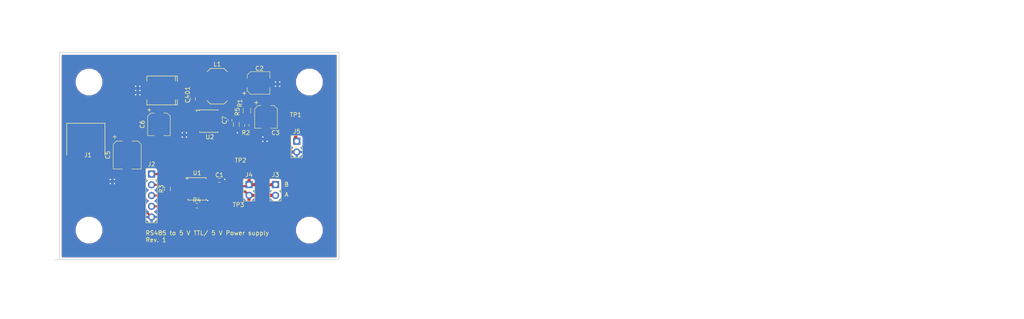
<source format=kicad_pcb>
(kicad_pcb (version 20171130) (host pcbnew 5.0.0)

  (general
    (thickness 1.6)
    (drawings 8)
    (tracks 175)
    (zones 0)
    (modules 28)
    (nets 17)
  )

  (page USLetter)
  (title_block
    (title "Project Title")
  )

  (layers
    (0 F.Cu signal)
    (31 B.Cu signal)
    (34 B.Paste user)
    (35 F.Paste user)
    (36 B.SilkS user)
    (37 F.SilkS user)
    (38 B.Mask user)
    (39 F.Mask user)
    (40 Dwgs.User user)
    (44 Edge.Cuts user)
    (46 B.CrtYd user)
    (47 F.CrtYd user)
    (48 B.Fab user)
    (49 F.Fab user)
  )

  (setup
    (last_trace_width 0.254)
    (user_trace_width 0.1524)
    (user_trace_width 0.254)
    (user_trace_width 0.3302)
    (user_trace_width 0.508)
    (user_trace_width 0.762)
    (user_trace_width 1.27)
    (trace_clearance 0.254)
    (zone_clearance 0.508)
    (zone_45_only no)
    (trace_min 0.1524)
    (segment_width 0.1524)
    (edge_width 0.1524)
    (via_size 0.6858)
    (via_drill 0.3302)
    (via_min_size 0.6858)
    (via_min_drill 0.3302)
    (user_via 0.6858 0.3302)
    (user_via 0.762 0.4064)
    (user_via 0.8636 0.508)
    (uvia_size 0.6858)
    (uvia_drill 0.3302)
    (uvias_allowed no)
    (uvia_min_size 0)
    (uvia_min_drill 0)
    (pcb_text_width 0.1524)
    (pcb_text_size 1.016 1.016)
    (mod_edge_width 0.1524)
    (mod_text_size 1.016 1.016)
    (mod_text_width 0.1524)
    (pad_size 1.524 1.524)
    (pad_drill 0.762)
    (pad_to_mask_clearance 0.0762)
    (solder_mask_min_width 0.1016)
    (pad_to_paste_clearance -0.0762)
    (aux_axis_origin 0 0)
    (visible_elements FFFEDF7D)
    (pcbplotparams
      (layerselection 0x310fc_ffffffff)
      (usegerberextensions true)
      (usegerberattributes false)
      (usegerberadvancedattributes false)
      (creategerberjobfile false)
      (excludeedgelayer true)
      (linewidth 0.100000)
      (plotframeref false)
      (viasonmask false)
      (mode 1)
      (useauxorigin false)
      (hpglpennumber 1)
      (hpglpenspeed 20)
      (hpglpendiameter 15.000000)
      (psnegative false)
      (psa4output false)
      (plotreference true)
      (plotvalue true)
      (plotinvisibletext false)
      (padsonsilk false)
      (subtractmaskfromsilk false)
      (outputformat 1)
      (mirror false)
      (drillshape 0)
      (scaleselection 1)
      (outputdirectory "rs485-gerbers"))
  )

  (net 0 "")
  (net 1 GND)
  (net 2 /+5V)
  (net 3 "Net-(J2-Pad1)")
  (net 4 "Net-(J2-Pad2)")
  (net 5 "Net-(J2-Pad3)")
  (net 6 "Net-(J2-Pad4)")
  (net 7 "Net-(J3-Pad2)")
  (net 8 "Net-(J3-Pad1)")
  (net 9 "Net-(R1-Pad2)")
  (net 10 "Net-(C4-Pad1)")
  (net 11 "Net-(U2-Pad7)")
  (net 12 "Net-(U2-Pad8)")
  (net 13 "Net-(C4-Pad2)")
  (net 14 "Net-(C5-Pad1)")
  (net 15 "Net-(C7-Pad1)")
  (net 16 "Net-(C7-Pad2)")

  (net_class Default "This is the default net class."
    (clearance 0.254)
    (trace_width 0.254)
    (via_dia 0.6858)
    (via_drill 0.3302)
    (uvia_dia 0.6858)
    (uvia_drill 0.3302)
    (add_net /+5V)
    (add_net GND)
    (add_net "Net-(C4-Pad1)")
    (add_net "Net-(C4-Pad2)")
    (add_net "Net-(C5-Pad1)")
    (add_net "Net-(C7-Pad1)")
    (add_net "Net-(C7-Pad2)")
    (add_net "Net-(J2-Pad1)")
    (add_net "Net-(J2-Pad2)")
    (add_net "Net-(J2-Pad3)")
    (add_net "Net-(J2-Pad4)")
    (add_net "Net-(J3-Pad1)")
    (add_net "Net-(J3-Pad2)")
    (add_net "Net-(R1-Pad2)")
    (add_net "Net-(U2-Pad7)")
    (add_net "Net-(U2-Pad8)")
  )

  (module Socket_Strips:Socket_Strip_Straight_1x05_Pitch2.54mm (layer F.Cu) (tedit 58CD5446) (tstamp 5B74365E)
    (at 50.75 99.75)
    (descr "Through hole straight socket strip, 1x05, 2.54mm pitch, single row")
    (tags "Through hole socket strip THT 1x05 2.54mm single row")
    (path /5B78A6FE)
    (fp_text reference J2 (at 0 -2.33) (layer F.SilkS)
      (effects (font (size 1 1) (thickness 0.15)))
    )
    (fp_text value Conn_01x05 (at 0 12.49) (layer F.Fab)
      (effects (font (size 1 1) (thickness 0.15)))
    )
    (fp_text user %R (at 0 -2.33) (layer F.Fab)
      (effects (font (size 1 1) (thickness 0.15)))
    )
    (fp_line (start 1.8 -1.8) (end -1.8 -1.8) (layer F.CrtYd) (width 0.05))
    (fp_line (start 1.8 11.95) (end 1.8 -1.8) (layer F.CrtYd) (width 0.05))
    (fp_line (start -1.8 11.95) (end 1.8 11.95) (layer F.CrtYd) (width 0.05))
    (fp_line (start -1.8 -1.8) (end -1.8 11.95) (layer F.CrtYd) (width 0.05))
    (fp_line (start -1.33 -1.33) (end 0 -1.33) (layer F.SilkS) (width 0.12))
    (fp_line (start -1.33 0) (end -1.33 -1.33) (layer F.SilkS) (width 0.12))
    (fp_line (start 1.33 1.27) (end -1.33 1.27) (layer F.SilkS) (width 0.12))
    (fp_line (start 1.33 11.49) (end 1.33 1.27) (layer F.SilkS) (width 0.12))
    (fp_line (start -1.33 11.49) (end 1.33 11.49) (layer F.SilkS) (width 0.12))
    (fp_line (start -1.33 1.27) (end -1.33 11.49) (layer F.SilkS) (width 0.12))
    (fp_line (start 1.27 -1.27) (end -1.27 -1.27) (layer F.Fab) (width 0.1))
    (fp_line (start 1.27 11.43) (end 1.27 -1.27) (layer F.Fab) (width 0.1))
    (fp_line (start -1.27 11.43) (end 1.27 11.43) (layer F.Fab) (width 0.1))
    (fp_line (start -1.27 -1.27) (end -1.27 11.43) (layer F.Fab) (width 0.1))
    (pad 5 thru_hole oval (at 0 10.16) (size 1.7 1.7) (drill 1) (layers *.Cu *.Mask)
      (net 1 GND))
    (pad 4 thru_hole oval (at 0 7.62) (size 1.7 1.7) (drill 1) (layers *.Cu *.Mask)
      (net 6 "Net-(J2-Pad4)"))
    (pad 3 thru_hole oval (at 0 5.08) (size 1.7 1.7) (drill 1) (layers *.Cu *.Mask)
      (net 5 "Net-(J2-Pad3)"))
    (pad 2 thru_hole oval (at 0 2.54) (size 1.7 1.7) (drill 1) (layers *.Cu *.Mask)
      (net 4 "Net-(J2-Pad2)"))
    (pad 1 thru_hole rect (at 0 0) (size 1.7 1.7) (drill 1) (layers *.Cu *.Mask)
      (net 3 "Net-(J2-Pad1)"))
    (model ${KISYS3DMOD}/Socket_Strips.3dshapes/Socket_Strip_Straight_1x05_Pitch2.54mm.wrl
      (offset (xyz 0 -5.079999923706055 0))
      (scale (xyz 1 1 1))
      (rotate (xyz 0 0 270))
    )
  )

  (module Capacitors_SMD:CP_Elec_5x5.3 (layer F.Cu) (tedit 58AA8A8F) (tstamp 5B7420E9)
    (at 76 78.25)
    (descr "SMT capacitor, aluminium electrolytic, 5x5.3")
    (path /5B73CB2B)
    (attr smd)
    (fp_text reference C2 (at 0.2 -3.45) (layer F.SilkS)
      (effects (font (size 1 1) (thickness 0.15)))
    )
    (fp_text value 100uF (at 0 -3.92) (layer F.Fab)
      (effects (font (size 1 1) (thickness 0.15)))
    )
    (fp_line (start 3.95 2.74) (end -3.95 2.74) (layer F.CrtYd) (width 0.05))
    (fp_line (start 3.95 2.74) (end 3.95 -2.79) (layer F.CrtYd) (width 0.05))
    (fp_line (start -3.95 -2.79) (end -3.95 2.74) (layer F.CrtYd) (width 0.05))
    (fp_line (start -3.95 -2.79) (end 3.95 -2.79) (layer F.CrtYd) (width 0.05))
    (fp_line (start -1.91 2.64) (end 2.67 2.64) (layer F.SilkS) (width 0.12))
    (fp_line (start -2.67 1.88) (end -1.91 2.64) (layer F.SilkS) (width 0.12))
    (fp_line (start -1.91 -2.69) (end -2.67 -1.93) (layer F.SilkS) (width 0.12))
    (fp_line (start 2.67 -2.69) (end -1.91 -2.69) (layer F.SilkS) (width 0.12))
    (fp_line (start -2.67 -1.93) (end -2.67 -1.14) (layer F.SilkS) (width 0.12))
    (fp_line (start -2.67 1.88) (end -2.67 1.09) (layer F.SilkS) (width 0.12))
    (fp_line (start 2.67 2.64) (end 2.67 1.09) (layer F.SilkS) (width 0.12))
    (fp_line (start 2.67 -2.69) (end 2.67 -1.14) (layer F.SilkS) (width 0.12))
    (fp_line (start 2.51 -2.54) (end -1.84 -2.54) (layer F.Fab) (width 0.1))
    (fp_line (start -1.84 -2.54) (end -2.51 -1.87) (layer F.Fab) (width 0.1))
    (fp_line (start -2.51 -1.87) (end -2.51 1.82) (layer F.Fab) (width 0.1))
    (fp_line (start -2.51 1.82) (end -1.84 2.49) (layer F.Fab) (width 0.1))
    (fp_line (start -1.84 2.49) (end 2.51 2.49) (layer F.Fab) (width 0.1))
    (fp_line (start 2.51 2.49) (end 2.51 -2.54) (layer F.Fab) (width 0.1))
    (fp_text user %R (at 0 3.92) (layer F.Fab)
      (effects (font (size 1 1) (thickness 0.15)))
    )
    (fp_text user + (at -3.38 2.34) (layer F.SilkS)
      (effects (font (size 1 1) (thickness 0.15)))
    )
    (fp_text user + (at -1.37 -0.08) (layer F.Fab)
      (effects (font (size 1 1) (thickness 0.15)))
    )
    (fp_circle (center 0 0) (end 0.3 2.4) (layer F.Fab) (width 0.1))
    (pad 2 smd rect (at 2.2 0 180) (size 3 1.6) (layers F.Cu F.Paste F.Mask)
      (net 1 GND))
    (pad 1 smd rect (at -2.2 0 180) (size 3 1.6) (layers F.Cu F.Paste F.Mask)
      (net 2 /+5V))
    (model Capacitors_SMD.3dshapes/CP_Elec_5x5.3.wrl
      (at (xyz 0 0 0))
      (scale (xyz 1 1 1))
      (rotate (xyz 0 0 180))
    )
  )

  (module Capacitors_SMD:CP_Elec_5x5.7 (layer F.Cu) (tedit 58AA8AEF) (tstamp 5B7420CE)
    (at 77.75 86.25 270)
    (descr "SMT capacitor, aluminium electrolytic, 5x5.7")
    (path /5B775DB5)
    (attr smd)
    (fp_text reference C3 (at 3.75 -2.25) (layer F.SilkS)
      (effects (font (size 1 1) (thickness 0.15)))
    )
    (fp_text value 10uF (at 0 -3.92 270) (layer F.Fab)
      (effects (font (size 1 1) (thickness 0.15)))
    )
    (fp_circle (center 0 0) (end 0 2.4) (layer F.Fab) (width 0.1))
    (fp_text user + (at -1.4 -0.06 270) (layer F.Fab)
      (effects (font (size 1 1) (thickness 0.15)))
    )
    (fp_text user + (at -3.38 2.36 270) (layer F.SilkS)
      (effects (font (size 1 1) (thickness 0.15)))
    )
    (fp_text user %R (at 0 3.92 270) (layer F.Fab)
      (effects (font (size 1 1) (thickness 0.15)))
    )
    (fp_line (start 2.51 2.51) (end 2.51 -2.51) (layer F.Fab) (width 0.1))
    (fp_line (start -1.84 2.51) (end 2.51 2.51) (layer F.Fab) (width 0.1))
    (fp_line (start -2.51 1.84) (end -1.84 2.51) (layer F.Fab) (width 0.1))
    (fp_line (start -2.51 -1.84) (end -2.51 1.84) (layer F.Fab) (width 0.1))
    (fp_line (start -1.84 -2.51) (end -2.51 -1.84) (layer F.Fab) (width 0.1))
    (fp_line (start 2.51 -2.51) (end -1.84 -2.51) (layer F.Fab) (width 0.1))
    (fp_line (start 2.67 2.67) (end 2.67 1.12) (layer F.SilkS) (width 0.12))
    (fp_line (start 2.67 -2.67) (end 2.67 -1.12) (layer F.SilkS) (width 0.12))
    (fp_line (start -2.67 -1.91) (end -2.67 -1.12) (layer F.SilkS) (width 0.12))
    (fp_line (start -2.67 1.91) (end -2.67 1.12) (layer F.SilkS) (width 0.12))
    (fp_line (start 2.67 -2.67) (end -1.91 -2.67) (layer F.SilkS) (width 0.12))
    (fp_line (start -1.91 -2.67) (end -2.67 -1.91) (layer F.SilkS) (width 0.12))
    (fp_line (start -2.67 1.91) (end -1.91 2.67) (layer F.SilkS) (width 0.12))
    (fp_line (start -1.91 2.67) (end 2.67 2.67) (layer F.SilkS) (width 0.12))
    (fp_line (start -3.95 -2.77) (end 3.95 -2.77) (layer F.CrtYd) (width 0.05))
    (fp_line (start -3.95 -2.77) (end -3.95 2.76) (layer F.CrtYd) (width 0.05))
    (fp_line (start 3.95 2.76) (end 3.95 -2.77) (layer F.CrtYd) (width 0.05))
    (fp_line (start 3.95 2.76) (end -3.95 2.76) (layer F.CrtYd) (width 0.05))
    (pad 1 smd rect (at -2.2 0 90) (size 3 1.6) (layers F.Cu F.Paste F.Mask)
      (net 2 /+5V))
    (pad 2 smd rect (at 2.2 0 90) (size 3 1.6) (layers F.Cu F.Paste F.Mask)
      (net 1 GND))
    (model Capacitors_SMD.3dshapes/CP_Elec_5x5.7.wrl
      (at (xyz 0 0 0))
      (scale (xyz 1 1 1))
      (rotate (xyz 0 0 180))
    )
  )

  (module Capacitors_SMD:CP_Elec_5x5.7 (layer F.Cu) (tedit 58AA8AEF) (tstamp 5B7420CD)
    (at 52.5 88 270)
    (descr "SMT capacitor, aluminium electrolytic, 5x5.7")
    (path /5B77CAFF)
    (attr smd)
    (fp_text reference C6 (at 0 3.92 270) (layer F.SilkS)
      (effects (font (size 1 1) (thickness 0.15)))
    )
    (fp_text value 10uF (at 0 -3.92 270) (layer F.Fab)
      (effects (font (size 1 1) (thickness 0.15)))
    )
    (fp_line (start 3.95 2.76) (end -3.95 2.76) (layer F.CrtYd) (width 0.05))
    (fp_line (start 3.95 2.76) (end 3.95 -2.77) (layer F.CrtYd) (width 0.05))
    (fp_line (start -3.95 -2.77) (end -3.95 2.76) (layer F.CrtYd) (width 0.05))
    (fp_line (start -3.95 -2.77) (end 3.95 -2.77) (layer F.CrtYd) (width 0.05))
    (fp_line (start -1.91 2.67) (end 2.67 2.67) (layer F.SilkS) (width 0.12))
    (fp_line (start -2.67 1.91) (end -1.91 2.67) (layer F.SilkS) (width 0.12))
    (fp_line (start -1.91 -2.67) (end -2.67 -1.91) (layer F.SilkS) (width 0.12))
    (fp_line (start 2.67 -2.67) (end -1.91 -2.67) (layer F.SilkS) (width 0.12))
    (fp_line (start -2.67 1.91) (end -2.67 1.12) (layer F.SilkS) (width 0.12))
    (fp_line (start -2.67 -1.91) (end -2.67 -1.12) (layer F.SilkS) (width 0.12))
    (fp_line (start 2.67 -2.67) (end 2.67 -1.12) (layer F.SilkS) (width 0.12))
    (fp_line (start 2.67 2.67) (end 2.67 1.12) (layer F.SilkS) (width 0.12))
    (fp_line (start 2.51 -2.51) (end -1.84 -2.51) (layer F.Fab) (width 0.1))
    (fp_line (start -1.84 -2.51) (end -2.51 -1.84) (layer F.Fab) (width 0.1))
    (fp_line (start -2.51 -1.84) (end -2.51 1.84) (layer F.Fab) (width 0.1))
    (fp_line (start -2.51 1.84) (end -1.84 2.51) (layer F.Fab) (width 0.1))
    (fp_line (start -1.84 2.51) (end 2.51 2.51) (layer F.Fab) (width 0.1))
    (fp_line (start 2.51 2.51) (end 2.51 -2.51) (layer F.Fab) (width 0.1))
    (fp_text user %R (at 0 3.92 270) (layer F.Fab)
      (effects (font (size 1 1) (thickness 0.15)))
    )
    (fp_text user + (at -3.38 2.36 270) (layer F.SilkS)
      (effects (font (size 1 1) (thickness 0.15)))
    )
    (fp_text user + (at -1.4 -0.06 270) (layer F.Fab)
      (effects (font (size 1 1) (thickness 0.15)))
    )
    (fp_circle (center 0 0) (end 0 2.4) (layer F.Fab) (width 0.1))
    (pad 2 smd rect (at 2.2 0 90) (size 3 1.6) (layers F.Cu F.Paste F.Mask)
      (net 1 GND))
    (pad 1 smd rect (at -2.2 0 90) (size 3 1.6) (layers F.Cu F.Paste F.Mask)
      (net 14 "Net-(C5-Pad1)"))
    (model Capacitors_SMD.3dshapes/CP_Elec_5x5.7.wrl
      (at (xyz 0 0 0))
      (scale (xyz 1 1 1))
      (rotate (xyz 0 0 180))
    )
  )

  (module Capacitors_SMD:CP_Elec_6.3x5.8 (layer F.Cu) (tedit 58AA8B59) (tstamp 5B7420B1)
    (at 45 95.25 270)
    (descr "SMT capacitor, aluminium electrolytic, 6.3x5.8")
    (path /5B7678F1)
    (attr smd)
    (fp_text reference C5 (at 0 4.56 270) (layer F.SilkS)
      (effects (font (size 1 1) (thickness 0.15)))
    )
    (fp_text value 47uF (at 0 -4.56 270) (layer F.Fab)
      (effects (font (size 1 1) (thickness 0.15)))
    )
    (fp_line (start 4.7 3.4) (end -4.7 3.4) (layer F.CrtYd) (width 0.05))
    (fp_line (start 4.7 3.4) (end 4.7 -3.4) (layer F.CrtYd) (width 0.05))
    (fp_line (start -4.7 -3.4) (end -4.7 3.4) (layer F.CrtYd) (width 0.05))
    (fp_line (start -4.7 -3.4) (end 4.7 -3.4) (layer F.CrtYd) (width 0.05))
    (fp_line (start -2.54 -3.3) (end 3.3 -3.3) (layer F.SilkS) (width 0.12))
    (fp_line (start -3.3 -2.54) (end -2.54 -3.3) (layer F.SilkS) (width 0.12))
    (fp_line (start -2.54 3.3) (end -3.3 2.54) (layer F.SilkS) (width 0.12))
    (fp_line (start 3.3 3.3) (end -2.54 3.3) (layer F.SilkS) (width 0.12))
    (fp_line (start -3.3 -2.54) (end -3.3 -1.12) (layer F.SilkS) (width 0.12))
    (fp_line (start -3.3 2.54) (end -3.3 1.12) (layer F.SilkS) (width 0.12))
    (fp_line (start 3.3 -3.3) (end 3.3 -1.12) (layer F.SilkS) (width 0.12))
    (fp_line (start 3.3 3.3) (end 3.3 1.12) (layer F.SilkS) (width 0.12))
    (fp_line (start 3.15 -3.15) (end -2.48 -3.15) (layer F.Fab) (width 0.1))
    (fp_line (start -2.48 -3.15) (end -3.15 -2.48) (layer F.Fab) (width 0.1))
    (fp_line (start -3.15 -2.48) (end -3.15 2.48) (layer F.Fab) (width 0.1))
    (fp_line (start -3.15 2.48) (end -2.48 3.15) (layer F.Fab) (width 0.1))
    (fp_line (start -2.48 3.15) (end 3.15 3.15) (layer F.Fab) (width 0.1))
    (fp_line (start 3.15 3.15) (end 3.15 -3.15) (layer F.Fab) (width 0.1))
    (fp_text user %R (at 0 4.56 270) (layer F.Fab)
      (effects (font (size 1 1) (thickness 0.15)))
    )
    (fp_text user + (at -4.28 3.01 270) (layer F.SilkS)
      (effects (font (size 1 1) (thickness 0.15)))
    )
    (fp_text user + (at -1.75 -0.08 270) (layer F.Fab)
      (effects (font (size 1 1) (thickness 0.15)))
    )
    (fp_circle (center 0 0) (end 0.5 3) (layer F.Fab) (width 0.1))
    (pad 2 smd rect (at 2.7 0 90) (size 3.5 1.6) (layers F.Cu F.Paste F.Mask)
      (net 1 GND))
    (pad 1 smd rect (at -2.7 0 90) (size 3.5 1.6) (layers F.Cu F.Paste F.Mask)
      (net 14 "Net-(C5-Pad1)"))
    (model Capacitors_SMD.3dshapes/CP_Elec_6.3x5.8.wrl
      (at (xyz 0 0 0))
      (scale (xyz 1 1 1))
      (rotate (xyz 0 0 180))
    )
  )

  (module Capacitors_SMD:C_0402 (layer F.Cu) (tedit 58AA841A) (tstamp 5B742095)
    (at 69.25 87 90)
    (descr "Capacitor SMD 0402, reflow soldering, AVX (see smccp.pdf)")
    (tags "capacitor 0402")
    (path /5B73BCCE)
    (attr smd)
    (fp_text reference C7 (at 0 -1.27 90) (layer F.SilkS)
      (effects (font (size 1 1) (thickness 0.15)))
    )
    (fp_text value 2.2nF (at 0 1.27 90) (layer F.Fab)
      (effects (font (size 1 1) (thickness 0.15)))
    )
    (fp_line (start 1 0.4) (end -1 0.4) (layer F.CrtYd) (width 0.05))
    (fp_line (start 1 0.4) (end 1 -0.4) (layer F.CrtYd) (width 0.05))
    (fp_line (start -1 -0.4) (end -1 0.4) (layer F.CrtYd) (width 0.05))
    (fp_line (start -1 -0.4) (end 1 -0.4) (layer F.CrtYd) (width 0.05))
    (fp_line (start -0.25 0.47) (end 0.25 0.47) (layer F.SilkS) (width 0.12))
    (fp_line (start 0.25 -0.47) (end -0.25 -0.47) (layer F.SilkS) (width 0.12))
    (fp_line (start -0.5 -0.25) (end 0.5 -0.25) (layer F.Fab) (width 0.1))
    (fp_line (start 0.5 -0.25) (end 0.5 0.25) (layer F.Fab) (width 0.1))
    (fp_line (start 0.5 0.25) (end -0.5 0.25) (layer F.Fab) (width 0.1))
    (fp_line (start -0.5 0.25) (end -0.5 -0.25) (layer F.Fab) (width 0.1))
    (fp_text user %R (at 0 -1.27 90) (layer F.Fab)
      (effects (font (size 1 1) (thickness 0.15)))
    )
    (pad 2 smd rect (at 0.55 0 90) (size 0.6 0.5) (layers F.Cu F.Paste F.Mask)
      (net 16 "Net-(C7-Pad2)"))
    (pad 1 smd rect (at -0.55 0 90) (size 0.6 0.5) (layers F.Cu F.Paste F.Mask)
      (net 15 "Net-(C7-Pad1)"))
    (model Capacitors_SMD.3dshapes/C_0402.wrl
      (at (xyz 0 0 0))
      (scale (xyz 1 1 1))
      (rotate (xyz 0 0 0))
    )
  )

  (module Capacitors_SMD:C_0603_HandSoldering (layer F.Cu) (tedit 58AA848B) (tstamp 5B742055)
    (at 60.5 82 90)
    (descr "Capacitor SMD 0603, hand soldering")
    (tags "capacitor 0603")
    (path /5B73BB45)
    (attr smd)
    (fp_text reference C4 (at 0 -1.25 90) (layer F.SilkS)
      (effects (font (size 1 1) (thickness 0.15)))
    )
    (fp_text value 10nF (at 0 1.5 90) (layer F.Fab)
      (effects (font (size 1 1) (thickness 0.15)))
    )
    (fp_line (start 1.8 0.65) (end -1.8 0.65) (layer F.CrtYd) (width 0.05))
    (fp_line (start 1.8 0.65) (end 1.8 -0.65) (layer F.CrtYd) (width 0.05))
    (fp_line (start -1.8 -0.65) (end -1.8 0.65) (layer F.CrtYd) (width 0.05))
    (fp_line (start -1.8 -0.65) (end 1.8 -0.65) (layer F.CrtYd) (width 0.05))
    (fp_line (start 0.35 0.6) (end -0.35 0.6) (layer F.SilkS) (width 0.12))
    (fp_line (start -0.35 -0.6) (end 0.35 -0.6) (layer F.SilkS) (width 0.12))
    (fp_line (start -0.8 -0.4) (end 0.8 -0.4) (layer F.Fab) (width 0.1))
    (fp_line (start 0.8 -0.4) (end 0.8 0.4) (layer F.Fab) (width 0.1))
    (fp_line (start 0.8 0.4) (end -0.8 0.4) (layer F.Fab) (width 0.1))
    (fp_line (start -0.8 0.4) (end -0.8 -0.4) (layer F.Fab) (width 0.1))
    (fp_text user %R (at 0 -1.25 90) (layer F.Fab)
      (effects (font (size 1 1) (thickness 0.15)))
    )
    (pad 2 smd rect (at 0.95 0 90) (size 1.2 0.75) (layers F.Cu F.Paste F.Mask)
      (net 13 "Net-(C4-Pad2)"))
    (pad 1 smd rect (at -0.95 0 90) (size 1.2 0.75) (layers F.Cu F.Paste F.Mask)
      (net 10 "Net-(C4-Pad1)"))
    (model Capacitors_SMD.3dshapes/C_0603.wrl
      (at (xyz 0 0 0))
      (scale (xyz 1 1 1))
      (rotate (xyz 0 0 0))
    )
  )

  (module Capacitors_SMD:C_0402 (layer F.Cu) (tedit 58AA841A) (tstamp 5B741450)
    (at 66.75 101.25)
    (descr "Capacitor SMD 0402, reflow soldering, AVX (see smccp.pdf)")
    (tags "capacitor 0402")
    (path /5B740EBE)
    (attr smd)
    (fp_text reference C1 (at 0 -1.27) (layer F.SilkS)
      (effects (font (size 1 1) (thickness 0.15)))
    )
    (fp_text value 100nF (at 0 1.27) (layer F.Fab)
      (effects (font (size 1 1) (thickness 0.15)))
    )
    (fp_line (start 1 0.4) (end -1 0.4) (layer F.CrtYd) (width 0.05))
    (fp_line (start 1 0.4) (end 1 -0.4) (layer F.CrtYd) (width 0.05))
    (fp_line (start -1 -0.4) (end -1 0.4) (layer F.CrtYd) (width 0.05))
    (fp_line (start -1 -0.4) (end 1 -0.4) (layer F.CrtYd) (width 0.05))
    (fp_line (start -0.25 0.47) (end 0.25 0.47) (layer F.SilkS) (width 0.12))
    (fp_line (start 0.25 -0.47) (end -0.25 -0.47) (layer F.SilkS) (width 0.12))
    (fp_line (start -0.5 -0.25) (end 0.5 -0.25) (layer F.Fab) (width 0.1))
    (fp_line (start 0.5 -0.25) (end 0.5 0.25) (layer F.Fab) (width 0.1))
    (fp_line (start 0.5 0.25) (end -0.5 0.25) (layer F.Fab) (width 0.1))
    (fp_line (start -0.5 0.25) (end -0.5 -0.25) (layer F.Fab) (width 0.1))
    (fp_text user %R (at 0 -1.27) (layer F.Fab)
      (effects (font (size 1 1) (thickness 0.15)))
    )
    (pad 2 smd rect (at 0.55 0) (size 0.6 0.5) (layers F.Cu F.Paste F.Mask)
      (net 1 GND))
    (pad 1 smd rect (at -0.55 0) (size 0.6 0.5) (layers F.Cu F.Paste F.Mask)
      (net 2 /+5V))
    (model Capacitors_SMD.3dshapes/C_0402.wrl
      (at (xyz 0 0 0))
      (scale (xyz 1 1 1))
      (rotate (xyz 0 0 0))
    )
  )

  (module Measurement_Points:Measurement_Point_Round-SMD-Pad_Small (layer F.Cu) (tedit 56C35ED0) (tstamp 5B74142E)
    (at 71.25 109)
    (descr "Mesurement Point, Round, SMD Pad, DM 1.5mm,")
    (tags "Mesurement Point Round SMD Pad 1.5mm")
    (path /5B749627)
    (attr virtual)
    (fp_text reference TP3 (at 0 -2) (layer F.SilkS)
      (effects (font (size 1 1) (thickness 0.15)))
    )
    (fp_text value TestPoint (at 0 2) (layer F.Fab)
      (effects (font (size 1 1) (thickness 0.15)))
    )
    (fp_circle (center 0 0) (end 1 0) (layer F.CrtYd) (width 0.05))
    (pad 1 smd circle (at 0 0) (size 1.5 1.5) (layers F.Cu F.Mask)
      (net 7 "Net-(J3-Pad2)"))
  )

  (module Measurement_Points:Measurement_Point_Round-SMD-Pad_Small (layer F.Cu) (tedit 56C35ED0) (tstamp 5B741428)
    (at 71.75 98.5)
    (descr "Mesurement Point, Round, SMD Pad, DM 1.5mm,")
    (tags "Mesurement Point Round SMD Pad 1.5mm")
    (path /5B7495CF)
    (attr virtual)
    (fp_text reference TP2 (at 0 -2) (layer F.SilkS)
      (effects (font (size 1 1) (thickness 0.15)))
    )
    (fp_text value TestPoint (at 0 2) (layer F.Fab)
      (effects (font (size 1 1) (thickness 0.15)))
    )
    (fp_circle (center 0 0) (end 1 0) (layer F.CrtYd) (width 0.05))
    (pad 1 smd circle (at 0 0) (size 1.5 1.5) (layers F.Cu F.Mask)
      (net 8 "Net-(J3-Pad1)"))
  )

  (module Measurement_Points:Measurement_Point_Round-SMD-Pad_Small (layer F.Cu) (tedit 56C35ED0) (tstamp 5B741422)
    (at 84.75 87.75)
    (descr "Mesurement Point, Round, SMD Pad, DM 1.5mm,")
    (tags "Mesurement Point Round SMD Pad 1.5mm")
    (path /5B748833)
    (attr virtual)
    (fp_text reference TP1 (at 0 -2) (layer F.SilkS)
      (effects (font (size 1 1) (thickness 0.15)))
    )
    (fp_text value TestPoint (at 0 2) (layer F.Fab)
      (effects (font (size 1 1) (thickness 0.15)))
    )
    (fp_circle (center 0 0) (end 1 0) (layer F.CrtYd) (width 0.05))
    (pad 1 smd circle (at 0 0) (size 1.5 1.5) (layers F.Cu F.Mask)
      (net 2 /+5V))
  )

  (module Mounting_Holes:MountingHole_5.3mm_M5 (layer F.Cu) (tedit 5B7423BE) (tstamp 5B743A3A)
    (at 88 113)
    (descr "Mounting Hole 5.3mm, no annular, M5")
    (tags "mounting hole 5.3mm no annular m5")
    (path /5B7612C9)
    (attr virtual)
    (fp_text reference MH1 (at 0 -6.3) (layer F.SilkS) hide
      (effects (font (size 1 1) (thickness 0.15)))
    )
    (fp_text value MountingHole (at 0 6.3) (layer F.Fab)
      (effects (font (size 1 1) (thickness 0.15)))
    )
    (fp_text user %R (at 0.3 0) (layer F.Fab)
      (effects (font (size 1 1) (thickness 0.15)))
    )
    (fp_circle (center 0 0) (end 5.3 0) (layer Cmts.User) (width 0.15))
    (fp_circle (center 0 0) (end 5.55 0) (layer F.CrtYd) (width 0.05))
    (pad 1 np_thru_hole circle (at 0 0) (size 5.3 5.3) (drill 5.3) (layers *.Cu *.Mask))
  )

  (module Mounting_Holes:MountingHole_5.3mm_M5 (layer F.Cu) (tedit 5B7423C4) (tstamp 5B741414)
    (at 36 113)
    (descr "Mounting Hole 5.3mm, no annular, M5")
    (tags "mounting hole 5.3mm no annular m5")
    (path /5B7613AA)
    (attr virtual)
    (fp_text reference MH3 (at 0 -6.3) (layer F.SilkS) hide
      (effects (font (size 1 1) (thickness 0.15)))
    )
    (fp_text value MountingHole (at 0 6.3) (layer F.Fab)
      (effects (font (size 1 1) (thickness 0.15)))
    )
    (fp_circle (center 0 0) (end 5.55 0) (layer F.CrtYd) (width 0.05))
    (fp_circle (center 0 0) (end 5.3 0) (layer Cmts.User) (width 0.15))
    (fp_text user %R (at 0.3 0) (layer F.Fab)
      (effects (font (size 1 1) (thickness 0.15)))
    )
    (pad 1 np_thru_hole circle (at 0 0) (size 5.3 5.3) (drill 5.3) (layers *.Cu *.Mask))
  )

  (module Mounting_Holes:MountingHole_5.3mm_M5 (layer F.Cu) (tedit 5B7423CB) (tstamp 5B74140C)
    (at 88 78)
    (descr "Mounting Hole 5.3mm, no annular, M5")
    (tags "mounting hole 5.3mm no annular m5")
    (path /5B761430)
    (attr virtual)
    (fp_text reference MH4 (at 0 -6.3) (layer F.SilkS) hide
      (effects (font (size 1 1) (thickness 0.15)))
    )
    (fp_text value MountingHole (at 0 6.3) (layer F.Fab)
      (effects (font (size 1 1) (thickness 0.15)))
    )
    (fp_text user %R (at 0.3 0) (layer F.Fab)
      (effects (font (size 1 1) (thickness 0.15)))
    )
    (fp_circle (center 0 0) (end 5.3 0) (layer Cmts.User) (width 0.15))
    (fp_circle (center 0 0) (end 5.55 0) (layer F.CrtYd) (width 0.05))
    (pad 1 np_thru_hole circle (at 0 0) (size 5.3 5.3) (drill 5.3) (layers *.Cu *.Mask))
  )

  (module Mounting_Holes:MountingHole_5.3mm_M5 (layer F.Cu) (tedit 5B7423CF) (tstamp 5B741404)
    (at 36 78)
    (descr "Mounting Hole 5.3mm, no annular, M5")
    (tags "mounting hole 5.3mm no annular m5")
    (path /5B76133D)
    (attr virtual)
    (fp_text reference MH2 (at 0 -6.3) (layer F.SilkS) hide
      (effects (font (size 1 1) (thickness 0.15)))
    )
    (fp_text value MountingHole (at 0 6.3) (layer F.Fab)
      (effects (font (size 1 1) (thickness 0.15)))
    )
    (fp_circle (center 0 0) (end 5.55 0) (layer F.CrtYd) (width 0.05))
    (fp_circle (center 0 0) (end 5.3 0) (layer Cmts.User) (width 0.15))
    (fp_text user %R (at 0.3 0) (layer F.Fab)
      (effects (font (size 1 1) (thickness 0.15)))
    )
    (pad 1 np_thru_hole circle (at 0 0) (size 5.3 5.3) (drill 5.3) (layers *.Cu *.Mask))
  )

  (module Resistors_SMD:R_0402 (layer F.Cu) (tedit 58E0A804) (tstamp 5B7413FC)
    (at 73.25 88.25 270)
    (descr "Resistor SMD 0402, reflow soldering, Vishay (see dcrcw.pdf)")
    (tags "resistor 0402")
    (path /5B73C1F4)
    (attr smd)
    (fp_text reference R2 (at 1.75 0.25) (layer F.SilkS)
      (effects (font (size 1 1) (thickness 0.15)))
    )
    (fp_text value 10k (at 0 1.45 270) (layer F.Fab)
      (effects (font (size 1 1) (thickness 0.15)))
    )
    (fp_text user %R (at 0 -1.35 270) (layer F.Fab)
      (effects (font (size 1 1) (thickness 0.15)))
    )
    (fp_line (start -0.5 0.25) (end -0.5 -0.25) (layer F.Fab) (width 0.1))
    (fp_line (start 0.5 0.25) (end -0.5 0.25) (layer F.Fab) (width 0.1))
    (fp_line (start 0.5 -0.25) (end 0.5 0.25) (layer F.Fab) (width 0.1))
    (fp_line (start -0.5 -0.25) (end 0.5 -0.25) (layer F.Fab) (width 0.1))
    (fp_line (start 0.25 -0.53) (end -0.25 -0.53) (layer F.SilkS) (width 0.12))
    (fp_line (start -0.25 0.53) (end 0.25 0.53) (layer F.SilkS) (width 0.12))
    (fp_line (start -0.8 -0.45) (end 0.8 -0.45) (layer F.CrtYd) (width 0.05))
    (fp_line (start -0.8 -0.45) (end -0.8 0.45) (layer F.CrtYd) (width 0.05))
    (fp_line (start 0.8 0.45) (end 0.8 -0.45) (layer F.CrtYd) (width 0.05))
    (fp_line (start 0.8 0.45) (end -0.8 0.45) (layer F.CrtYd) (width 0.05))
    (pad 1 smd rect (at -0.45 0 270) (size 0.4 0.6) (layers F.Cu F.Paste F.Mask)
      (net 9 "Net-(R1-Pad2)"))
    (pad 2 smd rect (at 0.45 0 270) (size 0.4 0.6) (layers F.Cu F.Paste F.Mask)
      (net 1 GND))
    (model ${KISYS3DMOD}/Resistors_SMD.3dshapes/R_0402.wrl
      (at (xyz 0 0 0))
      (scale (xyz 1 1 1))
      (rotate (xyz 0 0 0))
    )
  )

  (module Resistors_SMD:R_0402 (layer F.Cu) (tedit 58E0A804) (tstamp 5B7413EB)
    (at 61.45 107.25)
    (descr "Resistor SMD 0402, reflow soldering, Vishay (see dcrcw.pdf)")
    (tags "resistor 0402")
    (path /5B75BDDA)
    (attr smd)
    (fp_text reference R4 (at 0 -1.35) (layer F.SilkS)
      (effects (font (size 1 1) (thickness 0.15)))
    )
    (fp_text value 10k (at 0 1.45) (layer F.Fab)
      (effects (font (size 1 1) (thickness 0.15)))
    )
    (fp_line (start 0.8 0.45) (end -0.8 0.45) (layer F.CrtYd) (width 0.05))
    (fp_line (start 0.8 0.45) (end 0.8 -0.45) (layer F.CrtYd) (width 0.05))
    (fp_line (start -0.8 -0.45) (end -0.8 0.45) (layer F.CrtYd) (width 0.05))
    (fp_line (start -0.8 -0.45) (end 0.8 -0.45) (layer F.CrtYd) (width 0.05))
    (fp_line (start -0.25 0.53) (end 0.25 0.53) (layer F.SilkS) (width 0.12))
    (fp_line (start 0.25 -0.53) (end -0.25 -0.53) (layer F.SilkS) (width 0.12))
    (fp_line (start -0.5 -0.25) (end 0.5 -0.25) (layer F.Fab) (width 0.1))
    (fp_line (start 0.5 -0.25) (end 0.5 0.25) (layer F.Fab) (width 0.1))
    (fp_line (start 0.5 0.25) (end -0.5 0.25) (layer F.Fab) (width 0.1))
    (fp_line (start -0.5 0.25) (end -0.5 -0.25) (layer F.Fab) (width 0.1))
    (fp_text user %R (at 0 -1.35) (layer F.Fab)
      (effects (font (size 1 1) (thickness 0.15)))
    )
    (pad 2 smd rect (at 0.45 0) (size 0.4 0.6) (layers F.Cu F.Paste F.Mask)
      (net 1 GND))
    (pad 1 smd rect (at -0.45 0) (size 0.4 0.6) (layers F.Cu F.Paste F.Mask)
      (net 5 "Net-(J2-Pad3)"))
    (model ${KISYS3DMOD}/Resistors_SMD.3dshapes/R_0402.wrl
      (at (xyz 0 0 0))
      (scale (xyz 1 1 1))
      (rotate (xyz 0 0 0))
    )
  )

  (module Resistors_SMD:R_0603_HandSoldering (layer F.Cu) (tedit 58E0A804) (tstamp 5B7413DA)
    (at 54.5 103.25 90)
    (descr "Resistor SMD 0603, hand soldering")
    (tags "resistor 0603")
    (path /5B74E1AB)
    (attr smd)
    (fp_text reference R3 (at 0 -1.45 90) (layer F.SilkS)
      (effects (font (size 1 1) (thickness 0.15)))
    )
    (fp_text value 0 (at 0 1.55 90) (layer F.Fab)
      (effects (font (size 1 1) (thickness 0.15)))
    )
    (fp_text user %R (at 0 0 90) (layer F.Fab)
      (effects (font (size 0.4 0.4) (thickness 0.075)))
    )
    (fp_line (start -0.8 0.4) (end -0.8 -0.4) (layer F.Fab) (width 0.1))
    (fp_line (start 0.8 0.4) (end -0.8 0.4) (layer F.Fab) (width 0.1))
    (fp_line (start 0.8 -0.4) (end 0.8 0.4) (layer F.Fab) (width 0.1))
    (fp_line (start -0.8 -0.4) (end 0.8 -0.4) (layer F.Fab) (width 0.1))
    (fp_line (start 0.5 0.68) (end -0.5 0.68) (layer F.SilkS) (width 0.12))
    (fp_line (start -0.5 -0.68) (end 0.5 -0.68) (layer F.SilkS) (width 0.12))
    (fp_line (start -1.96 -0.7) (end 1.95 -0.7) (layer F.CrtYd) (width 0.05))
    (fp_line (start -1.96 -0.7) (end -1.96 0.7) (layer F.CrtYd) (width 0.05))
    (fp_line (start 1.95 0.7) (end 1.95 -0.7) (layer F.CrtYd) (width 0.05))
    (fp_line (start 1.95 0.7) (end -1.96 0.7) (layer F.CrtYd) (width 0.05))
    (pad 1 smd rect (at -1.1 0 90) (size 1.2 0.9) (layers F.Cu F.Paste F.Mask)
      (net 5 "Net-(J2-Pad3)"))
    (pad 2 smd rect (at 1.1 0 90) (size 1.2 0.9) (layers F.Cu F.Paste F.Mask)
      (net 4 "Net-(J2-Pad2)"))
    (model ${KISYS3DMOD}/Resistors_SMD.3dshapes/R_0603.wrl
      (at (xyz 0 0 0))
      (scale (xyz 1 1 1))
      (rotate (xyz 0 0 0))
    )
  )

  (module Resistors_SMD:R_0603_HandSoldering (layer F.Cu) (tedit 58E0A804) (tstamp 5B7413C9)
    (at 70.75 88 270)
    (descr "Resistor SMD 0603, hand soldering")
    (tags "resistor 0603")
    (path /5B73BD84)
    (attr smd)
    (fp_text reference R5 (at -3 -0.25 270) (layer F.SilkS)
      (effects (font (size 1 1) (thickness 0.15)))
    )
    (fp_text value 12k (at 0 1.55 270) (layer F.Fab)
      (effects (font (size 1 1) (thickness 0.15)))
    )
    (fp_line (start 1.95 0.7) (end -1.96 0.7) (layer F.CrtYd) (width 0.05))
    (fp_line (start 1.95 0.7) (end 1.95 -0.7) (layer F.CrtYd) (width 0.05))
    (fp_line (start -1.96 -0.7) (end -1.96 0.7) (layer F.CrtYd) (width 0.05))
    (fp_line (start -1.96 -0.7) (end 1.95 -0.7) (layer F.CrtYd) (width 0.05))
    (fp_line (start -0.5 -0.68) (end 0.5 -0.68) (layer F.SilkS) (width 0.12))
    (fp_line (start 0.5 0.68) (end -0.5 0.68) (layer F.SilkS) (width 0.12))
    (fp_line (start -0.8 -0.4) (end 0.8 -0.4) (layer F.Fab) (width 0.1))
    (fp_line (start 0.8 -0.4) (end 0.8 0.4) (layer F.Fab) (width 0.1))
    (fp_line (start 0.8 0.4) (end -0.8 0.4) (layer F.Fab) (width 0.1))
    (fp_line (start -0.8 0.4) (end -0.8 -0.4) (layer F.Fab) (width 0.1))
    (fp_text user %R (at 0 0 270) (layer F.Fab)
      (effects (font (size 0.4 0.4) (thickness 0.075)))
    )
    (pad 2 smd rect (at 1.1 0 270) (size 1.2 0.9) (layers F.Cu F.Paste F.Mask)
      (net 1 GND))
    (pad 1 smd rect (at -1.1 0 270) (size 1.2 0.9) (layers F.Cu F.Paste F.Mask)
      (net 16 "Net-(C7-Pad2)"))
    (model ${KISYS3DMOD}/Resistors_SMD.3dshapes/R_0603.wrl
      (at (xyz 0 0 0))
      (scale (xyz 1 1 1))
      (rotate (xyz 0 0 0))
    )
  )

  (module Resistors_SMD:R_0805_HandSoldering (layer F.Cu) (tedit 58E0A804) (tstamp 5B7413B8)
    (at 73.25 84.75 270)
    (descr "Resistor SMD 0805, hand soldering")
    (tags "resistor 0805")
    (path /5B73C150)
    (attr smd)
    (fp_text reference R1 (at -1.75 1.65 270) (layer F.SilkS)
      (effects (font (size 1 1) (thickness 0.15)))
    )
    (fp_text value 52k (at 0 1.75 270) (layer F.Fab)
      (effects (font (size 1 1) (thickness 0.15)))
    )
    (fp_line (start 2.35 0.9) (end -2.35 0.9) (layer F.CrtYd) (width 0.05))
    (fp_line (start 2.35 0.9) (end 2.35 -0.9) (layer F.CrtYd) (width 0.05))
    (fp_line (start -2.35 -0.9) (end -2.35 0.9) (layer F.CrtYd) (width 0.05))
    (fp_line (start -2.35 -0.9) (end 2.35 -0.9) (layer F.CrtYd) (width 0.05))
    (fp_line (start -0.6 -0.88) (end 0.6 -0.88) (layer F.SilkS) (width 0.12))
    (fp_line (start 0.6 0.88) (end -0.6 0.88) (layer F.SilkS) (width 0.12))
    (fp_line (start -1 -0.62) (end 1 -0.62) (layer F.Fab) (width 0.1))
    (fp_line (start 1 -0.62) (end 1 0.62) (layer F.Fab) (width 0.1))
    (fp_line (start 1 0.62) (end -1 0.62) (layer F.Fab) (width 0.1))
    (fp_line (start -1 0.62) (end -1 -0.62) (layer F.Fab) (width 0.1))
    (fp_text user %R (at 0 0 270) (layer F.Fab)
      (effects (font (size 0.5 0.5) (thickness 0.075)))
    )
    (pad 2 smd rect (at 1.35 0 270) (size 1.5 1.3) (layers F.Cu F.Paste F.Mask)
      (net 9 "Net-(R1-Pad2)"))
    (pad 1 smd rect (at -1.35 0 270) (size 1.5 1.3) (layers F.Cu F.Paste F.Mask)
      (net 2 /+5V))
    (model ${KISYS3DMOD}/Resistors_SMD.3dshapes/R_0805.wrl
      (at (xyz 0 0 0))
      (scale (xyz 1 1 1))
      (rotate (xyz 0 0 0))
    )
  )

  (module Socket_Strips:Socket_Strip_Straight_1x02_Pitch2.54mm (layer F.Cu) (tedit 58CD5446) (tstamp 5B7413A7)
    (at 85 92)
    (descr "Through hole straight socket strip, 1x02, 2.54mm pitch, single row")
    (tags "Through hole socket strip THT 1x02 2.54mm single row")
    (path /5B740DB0)
    (fp_text reference J5 (at 0 -2.33) (layer F.SilkS)
      (effects (font (size 1 1) (thickness 0.15)))
    )
    (fp_text value Conn_01x02 (at 0 4.87) (layer F.Fab)
      (effects (font (size 1 1) (thickness 0.15)))
    )
    (fp_text user %R (at 0 -2.33) (layer F.Fab)
      (effects (font (size 1 1) (thickness 0.15)))
    )
    (fp_line (start 1.8 -1.8) (end -1.8 -1.8) (layer F.CrtYd) (width 0.05))
    (fp_line (start 1.8 4.35) (end 1.8 -1.8) (layer F.CrtYd) (width 0.05))
    (fp_line (start -1.8 4.35) (end 1.8 4.35) (layer F.CrtYd) (width 0.05))
    (fp_line (start -1.8 -1.8) (end -1.8 4.35) (layer F.CrtYd) (width 0.05))
    (fp_line (start -1.33 -1.33) (end 0 -1.33) (layer F.SilkS) (width 0.12))
    (fp_line (start -1.33 0) (end -1.33 -1.33) (layer F.SilkS) (width 0.12))
    (fp_line (start 1.33 1.27) (end -1.33 1.27) (layer F.SilkS) (width 0.12))
    (fp_line (start 1.33 3.87) (end 1.33 1.27) (layer F.SilkS) (width 0.12))
    (fp_line (start -1.33 3.87) (end 1.33 3.87) (layer F.SilkS) (width 0.12))
    (fp_line (start -1.33 1.27) (end -1.33 3.87) (layer F.SilkS) (width 0.12))
    (fp_line (start 1.27 -1.27) (end -1.27 -1.27) (layer F.Fab) (width 0.1))
    (fp_line (start 1.27 3.81) (end 1.27 -1.27) (layer F.Fab) (width 0.1))
    (fp_line (start -1.27 3.81) (end 1.27 3.81) (layer F.Fab) (width 0.1))
    (fp_line (start -1.27 -1.27) (end -1.27 3.81) (layer F.Fab) (width 0.1))
    (pad 2 thru_hole oval (at 0 2.54) (size 1.7 1.7) (drill 1) (layers *.Cu *.Mask)
      (net 1 GND))
    (pad 1 thru_hole rect (at 0 0) (size 1.7 1.7) (drill 1) (layers *.Cu *.Mask)
      (net 2 /+5V))
    (model ${KISYS3DMOD}/Socket_Strips.3dshapes/Socket_Strip_Straight_1x02_Pitch2.54mm.wrl
      (offset (xyz 0 -1.269999980926514 0))
      (scale (xyz 1 1 1))
      (rotate (xyz 0 0 270))
    )
  )

  (module Socket_Strips:Socket_Strip_Straight_1x02_Pitch2.54mm (layer F.Cu) (tedit 58CD5446) (tstamp 5B741392)
    (at 73.75 102.25)
    (descr "Through hole straight socket strip, 1x02, 2.54mm pitch, single row")
    (tags "Through hole socket strip THT 1x02 2.54mm single row")
    (path /5B744D20)
    (fp_text reference J4 (at 0 -2.33) (layer F.SilkS)
      (effects (font (size 1 1) (thickness 0.15)))
    )
    (fp_text value Conn_01x02 (at 0 4.87) (layer F.Fab)
      (effects (font (size 1 1) (thickness 0.15)))
    )
    (fp_line (start -1.27 -1.27) (end -1.27 3.81) (layer F.Fab) (width 0.1))
    (fp_line (start -1.27 3.81) (end 1.27 3.81) (layer F.Fab) (width 0.1))
    (fp_line (start 1.27 3.81) (end 1.27 -1.27) (layer F.Fab) (width 0.1))
    (fp_line (start 1.27 -1.27) (end -1.27 -1.27) (layer F.Fab) (width 0.1))
    (fp_line (start -1.33 1.27) (end -1.33 3.87) (layer F.SilkS) (width 0.12))
    (fp_line (start -1.33 3.87) (end 1.33 3.87) (layer F.SilkS) (width 0.12))
    (fp_line (start 1.33 3.87) (end 1.33 1.27) (layer F.SilkS) (width 0.12))
    (fp_line (start 1.33 1.27) (end -1.33 1.27) (layer F.SilkS) (width 0.12))
    (fp_line (start -1.33 0) (end -1.33 -1.33) (layer F.SilkS) (width 0.12))
    (fp_line (start -1.33 -1.33) (end 0 -1.33) (layer F.SilkS) (width 0.12))
    (fp_line (start -1.8 -1.8) (end -1.8 4.35) (layer F.CrtYd) (width 0.05))
    (fp_line (start -1.8 4.35) (end 1.8 4.35) (layer F.CrtYd) (width 0.05))
    (fp_line (start 1.8 4.35) (end 1.8 -1.8) (layer F.CrtYd) (width 0.05))
    (fp_line (start 1.8 -1.8) (end -1.8 -1.8) (layer F.CrtYd) (width 0.05))
    (fp_text user %R (at 0 -2.33) (layer F.Fab)
      (effects (font (size 1 1) (thickness 0.15)))
    )
    (pad 1 thru_hole rect (at 0 0) (size 1.7 1.7) (drill 1) (layers *.Cu *.Mask)
      (net 8 "Net-(J3-Pad1)"))
    (pad 2 thru_hole oval (at 0 2.54) (size 1.7 1.7) (drill 1) (layers *.Cu *.Mask)
      (net 7 "Net-(J3-Pad2)"))
    (model ${KISYS3DMOD}/Socket_Strips.3dshapes/Socket_Strip_Straight_1x02_Pitch2.54mm.wrl
      (offset (xyz 0 -1.269999980926514 0))
      (scale (xyz 1 1 1))
      (rotate (xyz 0 0 270))
    )
  )

  (module Socket_Strips:Socket_Strip_Straight_1x02_Pitch2.54mm (layer F.Cu) (tedit 58CD5446) (tstamp 5B74137D)
    (at 80 102.25)
    (descr "Through hole straight socket strip, 1x02, 2.54mm pitch, single row")
    (tags "Through hole socket strip THT 1x02 2.54mm single row")
    (path /5B744CCA)
    (fp_text reference J3 (at 0 -2.33) (layer F.SilkS)
      (effects (font (size 1 1) (thickness 0.15)))
    )
    (fp_text value Conn_01x02 (at 0 4.87) (layer F.Fab)
      (effects (font (size 1 1) (thickness 0.15)))
    )
    (fp_text user %R (at 0 -2.33) (layer F.Fab)
      (effects (font (size 1 1) (thickness 0.15)))
    )
    (fp_line (start 1.8 -1.8) (end -1.8 -1.8) (layer F.CrtYd) (width 0.05))
    (fp_line (start 1.8 4.35) (end 1.8 -1.8) (layer F.CrtYd) (width 0.05))
    (fp_line (start -1.8 4.35) (end 1.8 4.35) (layer F.CrtYd) (width 0.05))
    (fp_line (start -1.8 -1.8) (end -1.8 4.35) (layer F.CrtYd) (width 0.05))
    (fp_line (start -1.33 -1.33) (end 0 -1.33) (layer F.SilkS) (width 0.12))
    (fp_line (start -1.33 0) (end -1.33 -1.33) (layer F.SilkS) (width 0.12))
    (fp_line (start 1.33 1.27) (end -1.33 1.27) (layer F.SilkS) (width 0.12))
    (fp_line (start 1.33 3.87) (end 1.33 1.27) (layer F.SilkS) (width 0.12))
    (fp_line (start -1.33 3.87) (end 1.33 3.87) (layer F.SilkS) (width 0.12))
    (fp_line (start -1.33 1.27) (end -1.33 3.87) (layer F.SilkS) (width 0.12))
    (fp_line (start 1.27 -1.27) (end -1.27 -1.27) (layer F.Fab) (width 0.1))
    (fp_line (start 1.27 3.81) (end 1.27 -1.27) (layer F.Fab) (width 0.1))
    (fp_line (start -1.27 3.81) (end 1.27 3.81) (layer F.Fab) (width 0.1))
    (fp_line (start -1.27 -1.27) (end -1.27 3.81) (layer F.Fab) (width 0.1))
    (pad 2 thru_hole oval (at 0 2.54) (size 1.7 1.7) (drill 1) (layers *.Cu *.Mask)
      (net 7 "Net-(J3-Pad2)"))
    (pad 1 thru_hole rect (at 0 0) (size 1.7 1.7) (drill 1) (layers *.Cu *.Mask)
      (net 8 "Net-(J3-Pad1)"))
    (model ${KISYS3DMOD}/Socket_Strips.3dshapes/Socket_Strip_Straight_1x02_Pitch2.54mm.wrl
      (offset (xyz 0 -1.269999980926514 0))
      (scale (xyz 1 1 1))
      (rotate (xyz 0 0 270))
    )
  )

  (module rs485:ActiveSemi-SOP8 (layer F.Cu) (tedit 5B740A97) (tstamp 5B741351)
    (at 64.25 87.25)
    (path /5B73B9E3)
    (fp_text reference U2 (at 0.25 3.75) (layer F.SilkS)
      (effects (font (size 1 1) (thickness 0.15)))
    )
    (fp_text value ACT4065A (at 0 -0.5) (layer F.Fab)
      (effects (font (size 1 1) (thickness 0.15)))
    )
    (fp_line (start -2.15 -2.485) (end -2.485 -2.645) (layer F.SilkS) (width 0.15))
    (fp_line (start -2.485 -2.645) (end 2.15 -2.645) (layer F.SilkS) (width 0.15))
    (fp_line (start 2.15 -2.645) (end 2.15 -2.485) (layer F.SilkS) (width 0.15))
    (fp_line (start 2.15 2.485) (end 2.15 2.645) (layer F.SilkS) (width 0.15))
    (fp_line (start 2.15 2.645) (end -2.15 2.645) (layer F.SilkS) (width 0.15))
    (fp_line (start -2.15 2.645) (end -2.15 2.485) (layer F.SilkS) (width 0.15))
    (fp_circle (center -2.85 -2.525) (end -2.85 -2.375) (layer F.SilkS) (width 0.15))
    (fp_line (start -2 -2.495) (end 2 -2.495) (layer F.Fab) (width 0.15))
    (fp_line (start 2 -2.495) (end 2 2.495) (layer F.Fab) (width 0.15))
    (fp_line (start 2 2.495) (end -2 2.495) (layer F.Fab) (width 0.15))
    (fp_line (start -2 2.495) (end -2 -2.495) (layer F.Fab) (width 0.15))
    (fp_line (start -2 -2.165) (end -2.835 -2.165) (layer F.Fab) (width 0.15))
    (fp_line (start -2.835 -2.165) (end -2.835 -1.645) (layer F.Fab) (width 0.15))
    (fp_line (start -2.835 -1.645) (end -2 -1.645) (layer F.Fab) (width 0.15))
    (fp_line (start -2 -0.895) (end -2.835 -0.895) (layer F.Fab) (width 0.15))
    (fp_line (start -2.835 -0.895) (end -2.835 -0.375) (layer F.Fab) (width 0.15))
    (fp_line (start -2.835 -0.375) (end -2 -0.375) (layer F.Fab) (width 0.15))
    (fp_line (start -2 0.375) (end -2.835 0.375) (layer F.Fab) (width 0.15))
    (fp_line (start -2.835 0.375) (end -2.835 0.895) (layer F.Fab) (width 0.15))
    (fp_line (start -2.835 0.895) (end -2 0.895) (layer F.Fab) (width 0.15))
    (fp_line (start -2 1.645) (end -2.835 1.645) (layer F.Fab) (width 0.15))
    (fp_line (start -2.835 1.645) (end -2.835 2.165) (layer F.Fab) (width 0.15))
    (fp_line (start -2.835 2.165) (end -2 2.165) (layer F.Fab) (width 0.15))
    (fp_line (start 2 2.165) (end 2.835 2.165) (layer F.Fab) (width 0.15))
    (fp_line (start 2.835 2.165) (end 2.835 1.645) (layer F.Fab) (width 0.15))
    (fp_line (start 2.835 1.645) (end 2 1.645) (layer F.Fab) (width 0.15))
    (fp_line (start 2 0.895) (end 2.835 0.895) (layer F.Fab) (width 0.15))
    (fp_line (start 2.835 0.895) (end 2.835 0.375) (layer F.Fab) (width 0.15))
    (fp_line (start 2.835 0.375) (end 2 0.375) (layer F.Fab) (width 0.15))
    (fp_line (start 2 -0.375) (end 2.835 -0.375) (layer F.Fab) (width 0.15))
    (fp_line (start 2.835 -0.375) (end 2.835 -0.895) (layer F.Fab) (width 0.15))
    (fp_line (start 2.835 -0.895) (end 2 -0.895) (layer F.Fab) (width 0.15))
    (fp_line (start 2 -1.645) (end 2.835 -1.645) (layer F.Fab) (width 0.15))
    (fp_line (start 2.835 -1.645) (end 2.835 -2.165) (layer F.Fab) (width 0.15))
    (fp_line (start 2.835 -2.165) (end 2 -2.165) (layer F.Fab) (width 0.15))
    (fp_line (start -2.25 -2.265) (end -2.25 -2.745) (layer F.CrtYd) (width 0.15))
    (fp_line (start -2.25 -2.745) (end 2.25 -2.745) (layer F.CrtYd) (width 0.15))
    (fp_line (start 2.25 -2.745) (end 2.25 -2.265) (layer F.CrtYd) (width 0.15))
    (fp_line (start 2.25 -2.265) (end 3.55 -2.265) (layer F.CrtYd) (width 0.15))
    (fp_line (start 3.55 -2.265) (end 3.55 2.265) (layer F.CrtYd) (width 0.15))
    (fp_line (start 3.55 2.265) (end 2.25 2.265) (layer F.CrtYd) (width 0.15))
    (fp_line (start 2.25 2.265) (end 2.25 2.745) (layer F.CrtYd) (width 0.15))
    (fp_line (start 2.25 2.745) (end -2.25 2.745) (layer F.CrtYd) (width 0.15))
    (fp_line (start -2.25 2.745) (end -2.25 2.265) (layer F.CrtYd) (width 0.15))
    (fp_line (start -2.25 2.265) (end -3.55 2.265) (layer F.CrtYd) (width 0.15))
    (fp_line (start -3.55 2.265) (end -3.55 -2.265) (layer F.CrtYd) (width 0.15))
    (fp_line (start -3.55 -2.265) (end -2.25 -2.265) (layer F.CrtYd) (width 0.15))
    (pad 1 smd rect (at -2.85 -1.905) (size 1.1 0.76) (layers F.Cu F.Paste F.Mask)
      (net 10 "Net-(C4-Pad1)") (solder_mask_margin 0.05))
    (pad 2 smd rect (at -2.85 -0.635) (size 1.1 0.76) (layers F.Cu F.Paste F.Mask)
      (net 14 "Net-(C5-Pad1)") (solder_mask_margin 0.05))
    (pad 3 smd rect (at -2.85 0.635) (size 1.1 0.76) (layers F.Cu F.Paste F.Mask)
      (net 13 "Net-(C4-Pad2)") (solder_mask_margin 0.05))
    (pad 4 smd rect (at -2.85 1.905) (size 1.1 0.76) (layers F.Cu F.Paste F.Mask)
      (net 1 GND) (solder_mask_margin 0.05))
    (pad 5 smd rect (at 2.85 1.905) (size 1.1 0.76) (layers F.Cu F.Paste F.Mask)
      (net 9 "Net-(R1-Pad2)") (solder_mask_margin 0.05))
    (pad 6 smd rect (at 2.85 0.635) (size 1.1 0.76) (layers F.Cu F.Paste F.Mask)
      (net 15 "Net-(C7-Pad1)") (solder_mask_margin 0.05))
    (pad 7 smd rect (at 2.85 -0.635) (size 1.1 0.76) (layers F.Cu F.Paste F.Mask)
      (net 11 "Net-(U2-Pad7)") (solder_mask_margin 0.05))
    (pad 8 smd rect (at 2.85 -1.905) (size 1.1 0.76) (layers F.Cu F.Paste F.Mask)
      (net 12 "Net-(U2-Pad8)") (solder_mask_margin 0.05))
  )

  (module rs485:Conn-2-8mmx6mm (layer F.Cu) (tedit 5B6EEA29) (tstamp 5B741316)
    (at 35.25 103.25)
    (path /5B74708F)
    (fp_text reference J1 (at 0.5 -8) (layer F.SilkS)
      (effects (font (size 1 1) (thickness 0.15)))
    )
    (fp_text value Power (at 0 -4.8) (layer F.Fab)
      (effects (font (size 1 1) (thickness 0.15)))
    )
    (fp_line (start -4.5 -8) (end -4.5 -15.5) (layer F.SilkS) (width 0.15))
    (fp_line (start 4.5 -15.5) (end 4.5 -8) (layer F.SilkS) (width 0.15))
    (fp_line (start 5 -16) (end -5 -16) (layer F.CrtYd) (width 0.15))
    (fp_line (start 5 0) (end 5 -16) (layer F.CrtYd) (width 0.15))
    (fp_line (start -5 0) (end 5 0) (layer F.CrtYd) (width 0.15))
    (fp_line (start -5 -16) (end -5 0) (layer F.CrtYd) (width 0.15))
    (fp_line (start -4.5 -15.5) (end 4.5 -15.5) (layer F.SilkS) (width 0.15))
    (pad 1 smd rect (at 0 -12) (size 8 6) (layers F.Cu F.Paste F.Mask)
      (net 14 "Net-(C5-Pad1)"))
    (pad 2 smd rect (at 0 -4) (size 8 6) (layers F.Cu F.Paste F.Mask)
      (net 1 GND))
  )

  (module rs485:Exar-NSOIC8 (layer F.Cu) (tedit 5B73ACD6) (tstamp 5B741309)
    (at 61.5 103.25)
    (path /5B73E4AB)
    (fp_text reference U1 (at 0 -3.75) (layer F.SilkS)
      (effects (font (size 1 1) (thickness 0.15)))
    )
    (fp_text value SP485CN-L_TR (at 0 -0.5) (layer F.Fab)
      (effects (font (size 1 1) (thickness 0.15)))
    )
    (fp_line (start -2.15 -2.37) (end -2.37 -2.65) (layer F.SilkS) (width 0.15))
    (fp_line (start -2.37 -2.65) (end 2.15 -2.65) (layer F.SilkS) (width 0.15))
    (fp_line (start 2.15 -2.65) (end 2.15 -2.37) (layer F.SilkS) (width 0.15))
    (fp_line (start 2.15 2.37) (end 2.15 2.65) (layer F.SilkS) (width 0.15))
    (fp_line (start 2.15 2.65) (end -2.15 2.65) (layer F.SilkS) (width 0.15))
    (fp_line (start -2.15 2.65) (end -2.15 2.37) (layer F.SilkS) (width 0.15))
    (fp_circle (center -2.465 -2.525) (end -2.465 -2.375) (layer F.SilkS) (width 0.15))
    (fp_line (start -2 -2.5) (end 2 -2.5) (layer F.Fab) (width 0.15))
    (fp_line (start 2 -2.5) (end 2 2.5) (layer F.Fab) (width 0.15))
    (fp_line (start 2 2.5) (end -2 2.5) (layer F.Fab) (width 0.15))
    (fp_line (start -2 2.5) (end -2 -2.5) (layer F.Fab) (width 0.15))
    (fp_line (start -2 -2.16) (end -2.83 -2.16) (layer F.Fab) (width 0.15))
    (fp_line (start -2.83 -2.16) (end -2.83 -1.65) (layer F.Fab) (width 0.15))
    (fp_line (start -2.83 -1.65) (end -2 -1.65) (layer F.Fab) (width 0.15))
    (fp_line (start -2 -0.89) (end -2.83 -0.89) (layer F.Fab) (width 0.15))
    (fp_line (start -2.83 -0.89) (end -2.83 -0.38) (layer F.Fab) (width 0.15))
    (fp_line (start -2.83 -0.38) (end -2 -0.38) (layer F.Fab) (width 0.15))
    (fp_line (start -2 0.38) (end -2.83 0.38) (layer F.Fab) (width 0.15))
    (fp_line (start -2.83 0.38) (end -2.83 0.89) (layer F.Fab) (width 0.15))
    (fp_line (start -2.83 0.89) (end -2 0.89) (layer F.Fab) (width 0.15))
    (fp_line (start -2 1.65) (end -2.83 1.65) (layer F.Fab) (width 0.15))
    (fp_line (start -2.83 1.65) (end -2.83 2.16) (layer F.Fab) (width 0.15))
    (fp_line (start -2.83 2.16) (end -2 2.16) (layer F.Fab) (width 0.15))
    (fp_line (start 2 2.16) (end 2.83 2.16) (layer F.Fab) (width 0.15))
    (fp_line (start 2.83 2.16) (end 2.83 1.65) (layer F.Fab) (width 0.15))
    (fp_line (start 2.83 1.65) (end 2 1.65) (layer F.Fab) (width 0.15))
    (fp_line (start 2 0.89) (end 2.83 0.89) (layer F.Fab) (width 0.15))
    (fp_line (start 2.83 0.89) (end 2.83 0.38) (layer F.Fab) (width 0.15))
    (fp_line (start 2.83 0.38) (end 2 0.38) (layer F.Fab) (width 0.15))
    (fp_line (start 2 -0.38) (end 2.83 -0.38) (layer F.Fab) (width 0.15))
    (fp_line (start 2.83 -0.38) (end 2.83 -0.89) (layer F.Fab) (width 0.15))
    (fp_line (start 2.83 -0.89) (end 2 -0.89) (layer F.Fab) (width 0.15))
    (fp_line (start 2 -1.65) (end 2.83 -1.65) (layer F.Fab) (width 0.15))
    (fp_line (start 2.83 -1.65) (end 2.83 -2.16) (layer F.Fab) (width 0.15))
    (fp_line (start 2.83 -2.16) (end 2 -2.16) (layer F.Fab) (width 0.15))
    (fp_line (start -2.25 -2.26) (end -2.25 -2.75) (layer F.CrtYd) (width 0.15))
    (fp_line (start -2.25 -2.75) (end 2.25 -2.75) (layer F.CrtYd) (width 0.15))
    (fp_line (start 2.25 -2.75) (end 2.25 -2.26) (layer F.CrtYd) (width 0.15))
    (fp_line (start 2.25 -2.26) (end 3.605 -2.26) (layer F.CrtYd) (width 0.15))
    (fp_line (start 3.605 -2.26) (end 3.605 2.26) (layer F.CrtYd) (width 0.15))
    (fp_line (start 3.605 2.26) (end 2.25 2.26) (layer F.CrtYd) (width 0.15))
    (fp_line (start 2.25 2.26) (end 2.25 2.75) (layer F.CrtYd) (width 0.15))
    (fp_line (start 2.25 2.75) (end -2.25 2.75) (layer F.CrtYd) (width 0.15))
    (fp_line (start -2.25 2.75) (end -2.25 2.26) (layer F.CrtYd) (width 0.15))
    (fp_line (start -2.25 2.26) (end -3.605 2.26) (layer F.CrtYd) (width 0.15))
    (fp_line (start -3.605 2.26) (end -3.605 -2.26) (layer F.CrtYd) (width 0.15))
    (fp_line (start -3.605 -2.26) (end -2.25 -2.26) (layer F.CrtYd) (width 0.15))
    (pad 1 smd rect (at -2.465 -1.905) (size 1.98 0.53) (layers F.Cu F.Paste F.Mask)
      (net 3 "Net-(J2-Pad1)") (solder_mask_margin 0.05))
    (pad 2 smd rect (at -2.465 -0.635) (size 1.98 0.53) (layers F.Cu F.Paste F.Mask)
      (net 4 "Net-(J2-Pad2)") (solder_mask_margin 0.05))
    (pad 3 smd rect (at -2.465 0.635) (size 1.98 0.53) (layers F.Cu F.Paste F.Mask)
      (net 5 "Net-(J2-Pad3)") (solder_mask_margin 0.05))
    (pad 4 smd rect (at -2.465 1.905) (size 1.98 0.53) (layers F.Cu F.Paste F.Mask)
      (net 6 "Net-(J2-Pad4)") (solder_mask_margin 0.05))
    (pad 5 smd rect (at 2.465 1.905) (size 1.98 0.53) (layers F.Cu F.Paste F.Mask)
      (net 1 GND) (solder_mask_margin 0.05))
    (pad 6 smd rect (at 2.465 0.635) (size 1.98 0.53) (layers F.Cu F.Paste F.Mask)
      (net 7 "Net-(J3-Pad2)") (solder_mask_margin 0.05))
    (pad 7 smd rect (at 2.465 -0.635) (size 1.98 0.53) (layers F.Cu F.Paste F.Mask)
      (net 8 "Net-(J3-Pad1)") (solder_mask_margin 0.05))
    (pad 8 smd rect (at 2.465 -1.905) (size 1.98 0.53) (layers F.Cu F.Paste F.Mask)
      (net 2 /+5V) (solder_mask_margin 0.05))
  )

  (module rs485:Inductor-Bourns-SRN8040TA (layer F.Cu) (tedit 5B73AAD3) (tstamp 5B7412CE)
    (at 66.25 79 90)
    (path /5B73BED9)
    (fp_text reference L1 (at 5.2 0 180) (layer F.SilkS)
      (effects (font (size 1 1) (thickness 0.15)))
    )
    (fp_text value 33uH (at 0 -0.5 90) (layer F.Fab)
      (effects (font (size 1 1) (thickness 0.15)))
    )
    (fp_line (start 3.4 2.4) (end 4.2 1.6) (layer F.SilkS) (width 0.15))
    (fp_line (start 4.2 1.6) (end 4.2 -0.8) (layer F.SilkS) (width 0.15))
    (fp_line (start 4.2 -0.8) (end 4.2 -1.6) (layer F.SilkS) (width 0.15))
    (fp_line (start 4.2 -1.6) (end 3.4 -2.4) (layer F.SilkS) (width 0.15))
    (fp_line (start -3.4 -2.4) (end -4.2 -1.6) (layer F.SilkS) (width 0.15))
    (fp_line (start -4.2 1.6) (end -3.4 2.4) (layer F.SilkS) (width 0.15))
    (fp_line (start -4.2 -1.6) (end -4.2 0.8) (layer F.SilkS) (width 0.15))
    (fp_line (start -4.2 0.8) (end -4.2 1.6) (layer F.SilkS) (width 0.15))
    (fp_line (start -3.4 -4.4) (end -3.4 -2.6) (layer F.Fab) (width 0.15))
    (fp_line (start -3.4 -2.6) (end -4.4 -1.6) (layer F.Fab) (width 0.15))
    (fp_line (start -4.4 -1.6) (end -4.4 1.6) (layer F.Fab) (width 0.15))
    (fp_line (start -4.4 1.6) (end -3.4 2.7) (layer F.Fab) (width 0.15))
    (fp_line (start -3.4 2.7) (end -3.4 4.4) (layer F.Fab) (width 0.15))
    (fp_line (start -3.4 4.4) (end 3.4 4.4) (layer F.Fab) (width 0.15))
    (fp_line (start 3.4 4.4) (end 3.4 2.6) (layer F.Fab) (width 0.15))
    (fp_line (start 3.4 2.6) (end 4.4 1.6) (layer F.Fab) (width 0.15))
    (fp_line (start 4.4 1.6) (end 4.4 -1.6) (layer F.Fab) (width 0.15))
    (fp_line (start 4.4 -1.6) (end 3.4 -2.6) (layer F.Fab) (width 0.15))
    (fp_line (start 3.4 -2.6) (end 3.4 -4.4) (layer F.Fab) (width 0.15))
    (fp_line (start 3.4 -4.4) (end -3.4 -4.4) (layer F.Fab) (width 0.15))
    (fp_line (start -4.6 -4.6) (end 4.6 -4.6) (layer F.CrtYd) (width 0.15))
    (fp_line (start 4.6 -4.6) (end 4.6 4.6) (layer F.CrtYd) (width 0.15))
    (fp_line (start 4.6 4.6) (end -4.6 4.6) (layer F.CrtYd) (width 0.15))
    (fp_line (start -4.6 4.6) (end -4.6 -4.6) (layer F.CrtYd) (width 0.15))
    (pad 2 smd rect (at 0 2.825 90) (size 6.6 2.85) (layers F.Cu F.Paste F.Mask)
      (net 2 /+5V))
    (pad 1 smd rect (at 0 -2.825 90) (size 6.6 2.85) (layers F.Cu F.Paste F.Mask)
      (net 13 "Net-(C4-Pad2)"))
  )

  (module rs485:Wickerlib-DIODE-SMC-DO214AB (layer F.Cu) (tedit 59946F06) (tstamp 5B7412B0)
    (at 53.25 80 180)
    (descr "Diode SMC Standard")
    (tags "Diode SMC Standard")
    (path /5B73CF4B)
    (attr smd)
    (fp_text reference D1 (at 0 0 180) (layer F.Fab)
      (effects (font (size 1 1) (thickness 0.15)))
    )
    (fp_text value VS-MBRS340-M39AT (at 0 5.08 180) (layer F.Fab) hide
      (effects (font (size 1 1) (thickness 0.15)))
    )
    (fp_text user %R (at -6 0 270) (layer F.SilkS)
      (effects (font (size 1 1) (thickness 0.15)))
    )
    (fp_line (start -4.0386 -3.7338) (end -4.0386 3.7338) (layer F.Fab) (width 0.0508))
    (fp_line (start 5 3.75) (end 5 -3.75) (layer F.Fab) (width 0.0508))
    (fp_line (start -5 3.75) (end 5 3.75) (layer F.Fab) (width 0.0508))
    (fp_line (start -5 -3.75) (end -5 3.75) (layer F.Fab) (width 0.0508))
    (fp_line (start 5 -3.75) (end -5 -3.75) (layer F.Fab) (width 0.0508))
    (fp_circle (center 0 0) (end 0.7493 0.35052) (layer F.Adhes) (width 0.381))
    (fp_circle (center 0 0) (end 0.44958 0.20066) (layer F.Adhes) (width 0.381))
    (fp_circle (center 0 0) (end 0.14986 0.14986) (layer F.Adhes) (width 0.381))
    (fp_line (start -3.14946 3.40106) (end -3.14946 2.19964) (layer F.SilkS) (width 0.15))
    (fp_line (start -3.14946 -3.40106) (end -3.14946 -2.19964) (layer F.SilkS) (width 0.15))
    (fp_line (start 3.59918 3.40106) (end 3.59918 2.19964) (layer F.SilkS) (width 0.15))
    (fp_line (start 3.59918 -3.40106) (end 3.59918 -2.19964) (layer F.SilkS) (width 0.15))
    (fp_line (start -3.59918 3.40106) (end -3.59918 2.14884) (layer F.SilkS) (width 0.15))
    (fp_line (start -3.59918 -3.40106) (end -3.59918 -2.14884) (layer F.SilkS) (width 0.15))
    (fp_line (start -3.59918 3.40106) (end 3.59918 3.40106) (layer F.SilkS) (width 0.15))
    (fp_line (start -3.59918 -3.40106) (end 3.59918 -3.40106) (layer F.SilkS) (width 0.15))
    (pad 1 smd rect (at -3.40106 0 270) (size 3.29946 2.49936) (layers F.Cu F.Paste F.Mask)
      (net 13 "Net-(C4-Pad2)"))
    (pad 2 smd rect (at 3.40106 0 270) (size 3.29946 2.49936) (layers F.Cu F.Paste F.Mask)
      (net 1 GND))
  )

  (gr_text "RS485 to 5 V TTL/ 5 V Power supply\nRev. 1" (at 49.25 114.5) (layer F.SilkS)
    (effects (font (size 1.016 1.016) (thickness 0.1524)) (justify left))
  )
  (gr_text A (at 82.6 104.6) (layer F.SilkS)
    (effects (font (size 1.016 1.016) (thickness 0.1524)))
  )
  (gr_text B (at 82.6 102.2) (layer F.SilkS)
    (effects (font (size 1.016 1.016) (thickness 0.1524)))
  )
  (gr_line (start 29 120) (end 29 71) (layer Edge.Cuts) (width 0.1524))
  (gr_line (start 95 120) (end 28 120) (layer Edge.Cuts) (width 0.1524))
  (gr_line (start 95 71) (end 95 120) (layer Edge.Cuts) (width 0.1524))
  (gr_line (start 29 71) (end 95 71) (layer Edge.Cuts) (width 0.1524))
  (gr_text "FABRICATION NOTES\n\n1. THIS IS A 2 LAYER BOARD. \n2. EXTERNAL LAYERS SHALL HAVE 1 OZ COPPER.\n3. MATERIAL: FR4 AND 0.062 INCH +/- 10% THICK.\n4. BOARDS SHALL BE ROHS COMPLIANT. \n5. MANUFACTURE IN ACCORDANCE WITH IPC-6012 CLASS 2\n6. MASK: BOTH SIDES OF THE BOARD SHALL HAVE \n   SOLDER MASK (ANY COLOR) OVER BARE COPPER. \n7. SILK: BOTH SIDES OF THE BOARD SHALL HAVE \n   WHITE SILKSCREEN. DO NOT PLACE SILK OVER BARE COPPER.\n8. FINISH: ENIG.\n9. MINIMUM TRACE WIDTH - 0.006 INCH.\n   MINIMUM SPACE - 0.006 INCH.\n   MINIMUM HOLE DIA - 0.013 INCH. \n10. MAX HOLE PLACEMENT TOLERANCE OF +/- 0.003 INCH.\n11. MAX HOLE DIAMETER TOLERANCE OF +/- 0.003 INCH AFTER PLATING." (at 113.4872 93.2688) (layer Dwgs.User)
    (effects (font (size 2.54 2.54) (thickness 0.254)) (justify left))
  )

  (segment (start 43.7 99.25) (end 45 97.95) (width 1.27) (layer F.Cu) (net 1))
  (segment (start 45 97.7) (end 52.5 90.2) (width 1.27) (layer F.Cu) (net 1))
  (segment (start 45 97.95) (end 45 97.7) (width 1.27) (layer F.Cu) (net 1))
  (segment (start 53.545 89.155) (end 52.5 90.2) (width 0.508) (layer F.Cu) (net 1))
  (segment (start 63.965 105.185) (end 61.9 107.25) (width 0.508) (layer F.Cu) (net 1))
  (segment (start 63.965 105.155) (end 63.965 105.185) (width 0.508) (layer F.Cu) (net 1))
  (segment (start 83.797919 94.54) (end 85 94.54) (width 0.762) (layer F.Cu) (net 1))
  (segment (start 81.578 94.54) (end 83.797919 94.54) (width 0.762) (layer F.Cu) (net 1))
  (segment (start 77.75 90.712) (end 81.578 94.54) (width 0.762) (layer F.Cu) (net 1))
  (segment (start 77.75 88.45) (end 77.75 90.712) (width 0.762) (layer F.Cu) (net 1))
  (segment (start 71.15 88.7) (end 70.75 89.1) (width 0.254) (layer F.Cu) (net 1))
  (segment (start 73.25 88.7) (end 71.15 88.7) (width 0.254) (layer F.Cu) (net 1))
  (segment (start 41 99.25) (end 41 101) (width 0.254) (layer F.Cu) (net 1))
  (segment (start 35.25 99.25) (end 41 99.25) (width 1.27) (layer F.Cu) (net 1))
  (segment (start 41 99.25) (end 42 99.25) (width 1.27) (layer F.Cu) (net 1))
  (segment (start 42 99.25) (end 42 101) (width 0.254) (layer F.Cu) (net 1))
  (segment (start 42 99.25) (end 43.7 99.25) (width 1.27) (layer F.Cu) (net 1))
  (segment (start 42 101) (end 42 102) (width 0.254) (layer F.Cu) (net 1) (tstamp 5B743A00))
  (via (at 42 101) (size 0.6858) (drill 0.3302) (layers F.Cu B.Cu) (net 1))
  (segment (start 41 101) (end 41 102) (width 0.254) (layer F.Cu) (net 1) (tstamp 5B743A02))
  (via (at 41 101) (size 0.6858) (drill 0.3302) (layers F.Cu B.Cu) (net 1))
  (segment (start 41 102) (end 41 102) (width 0.254) (layer F.Cu) (net 1) (tstamp 5B743A04))
  (via (at 41 102) (size 0.6858) (drill 0.3302) (layers F.Cu B.Cu) (net 1))
  (segment (start 42 102) (end 42 102) (width 0.254) (layer F.Cu) (net 1) (tstamp 5B743A06))
  (via (at 42 102) (size 0.6858) (drill 0.3302) (layers F.Cu B.Cu) (net 1))
  (segment (start 42.84 102) (end 50.75 109.91) (width 0.508) (layer F.Cu) (net 1))
  (segment (start 42 102) (end 42.84 102) (width 0.508) (layer F.Cu) (net 1))
  (segment (start 63.965 105.928) (end 63.965 105.155) (width 0.508) (layer F.Cu) (net 1))
  (segment (start 50.75 109.91) (end 59.983 109.91) (width 0.508) (layer F.Cu) (net 1))
  (segment (start 59.983 109.91) (end 63.965 105.928) (width 0.508) (layer F.Cu) (net 1))
  (segment (start 63.965 105.928) (end 63.965 105.965) (width 0.508) (layer F.Cu) (net 1))
  (via (at 64 106) (size 0.6858) (drill 0.3302) (layers F.Cu B.Cu) (net 1))
  (segment (start 63.965 105.965) (end 64 106) (width 0.508) (layer F.Cu) (net 1))
  (via (at 68 101) (size 0.6858) (drill 0.3302) (layers F.Cu B.Cu) (net 1))
  (segment (start 64 106) (end 64 105) (width 0.508) (layer B.Cu) (net 1))
  (segment (start 64 105) (end 68 101) (width 0.508) (layer B.Cu) (net 1))
  (segment (start 67.55 101) (end 67.3 101.25) (width 0.508) (layer F.Cu) (net 1))
  (segment (start 68 101) (end 67.55 101) (width 0.508) (layer F.Cu) (net 1))
  (via (at 81 78) (size 0.6858) (drill 0.3302) (layers F.Cu B.Cu) (net 1))
  (segment (start 78.2 78.25) (end 80.75 78.25) (width 0.508) (layer F.Cu) (net 1))
  (segment (start 80.75 78.25) (end 81 78) (width 0.508) (layer F.Cu) (net 1))
  (via (at 81 79) (size 0.6858) (drill 0.3302) (layers F.Cu B.Cu) (net 1))
  (segment (start 78.2 78.25) (end 80.25 78.25) (width 0.508) (layer F.Cu) (net 1))
  (segment (start 80.25 78.25) (end 81 79) (width 0.508) (layer F.Cu) (net 1))
  (via (at 80 79) (size 0.6858) (drill 0.3302) (layers F.Cu B.Cu) (net 1))
  (segment (start 78.2 78.25) (end 79.25 78.25) (width 0.508) (layer F.Cu) (net 1))
  (segment (start 79.25 78.25) (end 80 79) (width 0.508) (layer F.Cu) (net 1))
  (via (at 80 78) (size 0.6858) (drill 0.3302) (layers F.Cu B.Cu) (net 1))
  (segment (start 78.2 78.25) (end 79.75 78.25) (width 0.508) (layer F.Cu) (net 1))
  (segment (start 79.75 78.25) (end 80 78) (width 0.508) (layer F.Cu) (net 1))
  (via (at 77 91) (size 0.6858) (drill 0.3302) (layers F.Cu B.Cu) (net 1))
  (segment (start 77.75 88.45) (end 77.75 90.25) (width 0.508) (layer F.Cu) (net 1))
  (segment (start 77.75 90.25) (end 77 91) (width 0.508) (layer F.Cu) (net 1))
  (via (at 78 92) (size 0.6858) (drill 0.3302) (layers F.Cu B.Cu) (net 1))
  (segment (start 77.75 88.45) (end 77.75 91.75) (width 0.508) (layer F.Cu) (net 1))
  (segment (start 77.75 91.75) (end 78 92) (width 0.508) (layer F.Cu) (net 1))
  (via (at 77 92) (size 0.6858) (drill 0.3302) (layers F.Cu B.Cu) (net 1))
  (segment (start 77.75 88.45) (end 77.75 91.25) (width 0.508) (layer F.Cu) (net 1))
  (segment (start 77.75 91.25) (end 77 92) (width 0.508) (layer F.Cu) (net 1))
  (via (at 48 79) (size 0.6858) (drill 0.3302) (layers F.Cu B.Cu) (net 1))
  (segment (start 49.84894 80) (end 49 80) (width 0.508) (layer F.Cu) (net 1))
  (segment (start 49 80) (end 48 79) (width 0.508) (layer F.Cu) (net 1))
  (via (at 48 80) (size 0.6858) (drill 0.3302) (layers F.Cu B.Cu) (net 1))
  (segment (start 49.84894 80) (end 48 80) (width 0.508) (layer F.Cu) (net 1))
  (via (at 48 81) (size 0.6858) (drill 0.3302) (layers F.Cu B.Cu) (net 1))
  (segment (start 49 80) (end 48 81) (width 0.508) (layer F.Cu) (net 1))
  (via (at 47 79) (size 0.6858) (drill 0.3302) (layers F.Cu B.Cu) (net 1))
  (segment (start 48 80) (end 47 79) (width 0.508) (layer F.Cu) (net 1))
  (via (at 47 80) (size 0.6858) (drill 0.3302) (layers F.Cu B.Cu) (net 1))
  (segment (start 49.84894 80) (end 47 80) (width 0.508) (layer F.Cu) (net 1))
  (via (at 47 81) (size 0.6858) (drill 0.3302) (layers F.Cu B.Cu) (net 1))
  (segment (start 48 80) (end 47 81) (width 0.508) (layer F.Cu) (net 1))
  (via (at 58 90) (size 0.6858) (drill 0.3302) (layers F.Cu B.Cu) (net 1))
  (segment (start 58 89.155) (end 58 90) (width 0.508) (layer F.Cu) (net 1))
  (segment (start 58 89.155) (end 53.545 89.155) (width 0.508) (layer F.Cu) (net 1))
  (segment (start 59 89.155) (end 59 90) (width 0.508) (layer F.Cu) (net 1))
  (via (at 59 90) (size 0.6858) (drill 0.3302) (layers F.Cu B.Cu) (net 1))
  (segment (start 61.4 89.155) (end 59 89.155) (width 0.508) (layer F.Cu) (net 1))
  (segment (start 59 89.155) (end 58 89.155) (width 0.508) (layer F.Cu) (net 1))
  (via (at 58 91) (size 0.6858) (drill 0.3302) (layers F.Cu B.Cu) (net 1))
  (segment (start 58 90) (end 58 91) (width 0.508) (layer F.Cu) (net 1))
  (via (at 59 91) (size 0.6858) (drill 0.3302) (layers F.Cu B.Cu) (net 1))
  (segment (start 59 90) (end 59 91) (width 0.508) (layer F.Cu) (net 1))
  (segment (start 49 81) (end 58 90) (width 0.508) (layer B.Cu) (net 1))
  (segment (start 48 81) (end 49 81) (width 0.508) (layer B.Cu) (net 1))
  (segment (start 59 90) (end 69 90) (width 0.508) (layer B.Cu) (net 1))
  (via (at 71 90) (size 0.6858) (drill 0.3302) (layers F.Cu B.Cu) (net 1))
  (segment (start 70.75 89.1) (end 70.75 89.75) (width 0.3302) (layer F.Cu) (net 1))
  (segment (start 70.75 89.75) (end 71 90) (width 0.3302) (layer F.Cu) (net 1))
  (segment (start 71 90) (end 69 90) (width 0.3302) (layer B.Cu) (net 1))
  (segment (start 74 88) (end 77 91) (width 0.3302) (layer B.Cu) (net 1))
  (segment (start 71 88) (end 74 88) (width 0.3302) (layer B.Cu) (net 1))
  (segment (start 69 90) (end 71 88) (width 0.508) (layer B.Cu) (net 1))
  (segment (start 71 88) (end 80 79) (width 0.508) (layer B.Cu) (net 1))
  (segment (start 80.54 94.54) (end 85 94.54) (width 0.3302) (layer B.Cu) (net 1))
  (segment (start 78 92) (end 80.54 94.54) (width 0.3302) (layer B.Cu) (net 1))
  (segment (start 74.46 94.54) (end 68 101) (width 0.3302) (layer B.Cu) (net 1))
  (segment (start 80.54 94.54) (end 74.46 94.54) (width 0.3302) (layer B.Cu) (net 1))
  (segment (start 58 90) (end 59 91) (width 0.3302) (layer F.Cu) (net 1))
  (segment (start 59 90) (end 58 91) (width 0.3302) (layer F.Cu) (net 1))
  (segment (start 69.825 78.25) (end 69.075 79) (width 0.762) (layer F.Cu) (net 2))
  (segment (start 73.8 78.25) (end 69.825 78.25) (width 0.762) (layer F.Cu) (net 2))
  (segment (start 73.8 82.85) (end 73.25 83.4) (width 0.762) (layer F.Cu) (net 2))
  (segment (start 73.8 78.25) (end 73.8 82.85) (width 0.762) (layer F.Cu) (net 2))
  (segment (start 77.1 83.4) (end 77.75 84.05) (width 0.762) (layer F.Cu) (net 2))
  (segment (start 73.25 83.4) (end 77.1 83.4) (width 0.762) (layer F.Cu) (net 2))
  (segment (start 81.05 84.05) (end 84.75 87.75) (width 0.762) (layer F.Cu) (net 2))
  (segment (start 77.75 84.05) (end 81.05 84.05) (width 0.762) (layer F.Cu) (net 2))
  (segment (start 84.75 91.75) (end 85 92) (width 0.762) (layer F.Cu) (net 2))
  (segment (start 84.75 87.75) (end 84.75 91.75) (width 0.762) (layer F.Cu) (net 2))
  (segment (start 66.105 101.345) (end 66.2 101.25) (width 0.508) (layer F.Cu) (net 2))
  (segment (start 63.965 101.345) (end 66.105 101.345) (width 0.508) (layer F.Cu) (net 2))
  (segment (start 63.965 100.318) (end 63.965 101.345) (width 0.762) (layer F.Cu) (net 2))
  (segment (start 74.185001 90.097999) (end 63.965 100.318) (width 0.762) (layer F.Cu) (net 2))
  (segment (start 74.185001 88.314999) (end 74.185001 90.097999) (width 0.762) (layer F.Cu) (net 2))
  (segment (start 77.75 84.75) (end 74.185001 88.314999) (width 0.762) (layer F.Cu) (net 2))
  (segment (start 77.75 84.05) (end 77.75 84.75) (width 0.762) (layer F.Cu) (net 2))
  (segment (start 55.942 99.75) (end 52.108 99.75) (width 0.508) (layer F.Cu) (net 3))
  (segment (start 52.108 99.75) (end 50.75 99.75) (width 0.508) (layer F.Cu) (net 3))
  (segment (start 57.537 101.345) (end 55.942 99.75) (width 0.508) (layer F.Cu) (net 3))
  (segment (start 59.035 101.345) (end 57.537 101.345) (width 0.508) (layer F.Cu) (net 3))
  (segment (start 54.36 102.29) (end 54.5 102.15) (width 0.508) (layer F.Cu) (net 4))
  (segment (start 50.75 102.29) (end 54.36 102.29) (width 0.508) (layer F.Cu) (net 4))
  (segment (start 54.965 102.615) (end 54.5 102.15) (width 0.508) (layer F.Cu) (net 4))
  (segment (start 59.035 102.615) (end 54.965 102.615) (width 0.508) (layer F.Cu) (net 4))
  (segment (start 61 106.442) (end 61 107.25) (width 0.508) (layer F.Cu) (net 5))
  (segment (start 61 105.125) (end 61 106.442) (width 0.508) (layer F.Cu) (net 5))
  (segment (start 59.76 103.885) (end 61 105.125) (width 0.508) (layer F.Cu) (net 5))
  (segment (start 59.035 103.885) (end 59.76 103.885) (width 0.508) (layer F.Cu) (net 5))
  (segment (start 54.965 103.885) (end 54.5 104.35) (width 0.508) (layer F.Cu) (net 5))
  (segment (start 59.035 103.885) (end 54.965 103.885) (width 0.508) (layer F.Cu) (net 5))
  (segment (start 54.02 104.83) (end 54.5 104.35) (width 0.508) (layer F.Cu) (net 5))
  (segment (start 50.75 104.83) (end 54.02 104.83) (width 0.508) (layer F.Cu) (net 5))
  (segment (start 59.035 105.155) (end 55.629435 105.155) (width 0.508) (layer F.Cu) (net 6))
  (segment (start 53.414435 107.37) (end 51.952081 107.37) (width 0.508) (layer F.Cu) (net 6))
  (segment (start 55.629435 105.155) (end 53.414435 107.37) (width 0.508) (layer F.Cu) (net 6))
  (segment (start 51.952081 107.37) (end 50.75 107.37) (width 0.508) (layer F.Cu) (net 6))
  (segment (start 73.75 104.79) (end 80 104.79) (width 0.762) (layer F.Cu) (net 7))
  (segment (start 73.75 106.5) (end 71.25 109) (width 0.762) (layer F.Cu) (net 7))
  (segment (start 73.75 104.79) (end 73.75 106.5) (width 0.762) (layer F.Cu) (net 7))
  (segment (start 72.845 103.885) (end 73.75 104.79) (width 0.508) (layer F.Cu) (net 7))
  (segment (start 63.965 103.885) (end 72.845 103.885) (width 0.508) (layer F.Cu) (net 7))
  (segment (start 73.75 102.25) (end 80 102.25) (width 0.762) (layer F.Cu) (net 8))
  (segment (start 73.75 100.5) (end 71.75 98.5) (width 0.762) (layer F.Cu) (net 8))
  (segment (start 73.75 102.25) (end 73.75 100.5) (width 0.762) (layer F.Cu) (net 8))
  (segment (start 73.385 102.615) (end 73.75 102.25) (width 0.508) (layer F.Cu) (net 8))
  (segment (start 63.965 102.615) (end 73.385 102.615) (width 0.508) (layer F.Cu) (net 8))
  (segment (start 72.696 87.8) (end 73.25 87.8) (width 0.254) (layer F.Cu) (net 9))
  (segment (start 72.614999 87.881001) (end 72.696 87.8) (width 0.254) (layer F.Cu) (net 9))
  (segment (start 70.233197 87.881001) (end 72.614999 87.881001) (width 0.254) (layer F.Cu) (net 9))
  (segment (start 68.959198 89.155) (end 70.233197 87.881001) (width 0.254) (layer F.Cu) (net 9))
  (segment (start 67.1 89.155) (end 68.959198 89.155) (width 0.254) (layer F.Cu) (net 9))
  (segment (start 73.25 86.1) (end 73.25 87.8) (width 0.254) (layer F.Cu) (net 9))
  (segment (start 61.4 83.85) (end 60.5 82.95) (width 0.508) (layer F.Cu) (net 10))
  (segment (start 61.4 85.345) (end 61.4 83.85) (width 0.508) (layer F.Cu) (net 10))
  (segment (start 59.45 80) (end 60.5 81.05) (width 0.508) (layer F.Cu) (net 13))
  (segment (start 56.65106 80) (end 59.45 80) (width 0.508) (layer F.Cu) (net 13))
  (segment (start 61.375 81.05) (end 63.425 79) (width 0.508) (layer F.Cu) (net 13))
  (segment (start 60.5 81.05) (end 61.375 81.05) (width 0.508) (layer F.Cu) (net 13))
  (segment (start 63.425 82.808) (end 63.425 79) (width 0.508) (layer F.Cu) (net 13))
  (segment (start 63.425 86.918) (end 63.425 82.808) (width 0.508) (layer F.Cu) (net 13))
  (segment (start 62.458 87.885) (end 63.425 86.918) (width 0.508) (layer F.Cu) (net 13))
  (segment (start 61.4 87.885) (end 62.458 87.885) (width 0.508) (layer F.Cu) (net 13))
  (segment (start 43.7 91.25) (end 45 92.55) (width 1.27) (layer F.Cu) (net 14))
  (segment (start 35.25 91.25) (end 43.7 91.25) (width 1.27) (layer F.Cu) (net 14))
  (segment (start 45.75 92.55) (end 52.5 85.8) (width 1.27) (layer F.Cu) (net 14))
  (segment (start 45 92.55) (end 45.75 92.55) (width 1.27) (layer F.Cu) (net 14))
  (segment (start 60.342 86.615) (end 61.4 86.615) (width 0.508) (layer F.Cu) (net 14))
  (segment (start 53.808 85.8) (end 54.623 86.615) (width 0.508) (layer F.Cu) (net 14))
  (segment (start 54.623 86.615) (end 60.342 86.615) (width 0.508) (layer F.Cu) (net 14))
  (segment (start 52.5 85.8) (end 53.808 85.8) (width 0.508) (layer F.Cu) (net 14))
  (segment (start 68.915 87.885) (end 69.25 87.55) (width 0.254) (layer F.Cu) (net 15))
  (segment (start 67.1 87.885) (end 68.915 87.885) (width 0.254) (layer F.Cu) (net 15))
  (segment (start 70.3 86.45) (end 70.75 86.9) (width 0.254) (layer F.Cu) (net 16))
  (segment (start 69.25 86.45) (end 70.3 86.45) (width 0.254) (layer F.Cu) (net 16))

  (zone (net 1) (net_name GND) (layer F.Cu) (tstamp 5B743B99) (hatch edge 0.508)
    (connect_pads (clearance 0.508))
    (min_thickness 0.254)
    (fill yes (arc_segments 16) (thermal_gap 0.508) (thermal_bridge_width 0.508))
    (polygon
      (pts
        (xy 25 67) (xy 98 68) (xy 98 126) (xy 21 127)
      )
    )
    (filled_polygon
      (pts
        (xy 94.288801 119.2888) (xy 29.7112 119.2888) (xy 29.7112 112.346573) (xy 32.715 112.346573) (xy 32.715 113.653427)
        (xy 33.215111 114.860803) (xy 34.139197 115.784889) (xy 35.346573 116.285) (xy 36.653427 116.285) (xy 37.860803 115.784889)
        (xy 38.784889 114.860803) (xy 39.285 113.653427) (xy 39.285 112.346573) (xy 84.715 112.346573) (xy 84.715 113.653427)
        (xy 85.215111 114.860803) (xy 86.139197 115.784889) (xy 87.346573 116.285) (xy 88.653427 116.285) (xy 89.860803 115.784889)
        (xy 90.784889 114.860803) (xy 91.285 113.653427) (xy 91.285 112.346573) (xy 90.784889 111.139197) (xy 89.860803 110.215111)
        (xy 88.653427 109.715) (xy 87.346573 109.715) (xy 86.139197 110.215111) (xy 85.215111 111.139197) (xy 84.715 112.346573)
        (xy 39.285 112.346573) (xy 38.784889 111.139197) (xy 37.912582 110.26689) (xy 49.308524 110.26689) (xy 49.478355 110.676924)
        (xy 49.868642 111.105183) (xy 50.393108 111.351486) (xy 50.623 111.230819) (xy 50.623 110.037) (xy 50.877 110.037)
        (xy 50.877 111.230819) (xy 51.106892 111.351486) (xy 51.631358 111.105183) (xy 52.021645 110.676924) (xy 52.191476 110.26689)
        (xy 52.070155 110.037) (xy 50.877 110.037) (xy 50.623 110.037) (xy 49.429845 110.037) (xy 49.308524 110.26689)
        (xy 37.912582 110.26689) (xy 37.860803 110.215111) (xy 36.653427 109.715) (xy 35.346573 109.715) (xy 34.139197 110.215111)
        (xy 33.215111 111.139197) (xy 32.715 112.346573) (xy 29.7112 112.346573) (xy 29.7112 99.53575) (xy 30.615 99.53575)
        (xy 30.615 102.37631) (xy 30.711673 102.609699) (xy 30.890302 102.788327) (xy 31.123691 102.885) (xy 34.96425 102.885)
        (xy 35.123 102.72625) (xy 35.123 99.377) (xy 35.377 99.377) (xy 35.377 102.72625) (xy 35.53575 102.885)
        (xy 39.376309 102.885) (xy 39.609698 102.788327) (xy 39.788327 102.609699) (xy 39.885 102.37631) (xy 39.885 102.29)
        (xy 49.235908 102.29) (xy 49.351161 102.869418) (xy 49.679375 103.360625) (xy 49.977761 103.56) (xy 49.679375 103.759375)
        (xy 49.351161 104.250582) (xy 49.235908 104.83) (xy 49.351161 105.409418) (xy 49.679375 105.900625) (xy 49.977761 106.1)
        (xy 49.679375 106.299375) (xy 49.351161 106.790582) (xy 49.235908 107.37) (xy 49.351161 107.949418) (xy 49.679375 108.440625)
        (xy 49.998478 108.653843) (xy 49.868642 108.714817) (xy 49.478355 109.143076) (xy 49.308524 109.55311) (xy 49.429845 109.783)
        (xy 50.623 109.783) (xy 50.623 109.763) (xy 50.877 109.763) (xy 50.877 109.783) (xy 52.070155 109.783)
        (xy 52.191476 109.55311) (xy 52.021645 109.143076) (xy 51.631358 108.714817) (xy 51.501522 108.653843) (xy 51.820625 108.440625)
        (xy 51.941983 108.259) (xy 53.32688 108.259) (xy 53.414435 108.276416) (xy 53.50199 108.259) (xy 53.501991 108.259)
        (xy 53.761305 108.207419) (xy 54.055368 108.010933) (xy 54.104966 107.936704) (xy 55.997671 106.044) (xy 57.927158 106.044)
        (xy 58.045 106.06744) (xy 60.025 106.06744) (xy 60.111001 106.050334) (xy 60.111001 106.354441) (xy 60.111 106.354445)
        (xy 60.111 107.337556) (xy 60.15256 107.546487) (xy 60.15256 107.55) (xy 60.201843 107.797765) (xy 60.342191 108.007809)
        (xy 60.552235 108.148157) (xy 60.8 108.19744) (xy 61.2 108.19744) (xy 61.447765 108.148157) (xy 61.461916 108.138701)
        (xy 61.573691 108.185) (xy 61.64125 108.185) (xy 61.8 108.02625) (xy 61.8 107.7885) (xy 61.84744 107.55)
        (xy 61.84744 107.546491) (xy 61.881154 107.377) (xy 62 107.377) (xy 62 108.02625) (xy 62.15875 108.185)
        (xy 62.226309 108.185) (xy 62.459698 108.088327) (xy 62.638327 107.909699) (xy 62.735 107.67631) (xy 62.735 107.53575)
        (xy 62.57625 107.377) (xy 62 107.377) (xy 61.881154 107.377) (xy 61.889 107.337556) (xy 61.889 106.47375)
        (xy 62 106.47375) (xy 62 107.123) (xy 62.57625 107.123) (xy 62.735 106.96425) (xy 62.735 106.82369)
        (xy 62.638327 106.590301) (xy 62.459698 106.411673) (xy 62.226309 106.315) (xy 62.15875 106.315) (xy 62 106.47375)
        (xy 61.889 106.47375) (xy 61.889 105.44075) (xy 62.34 105.44075) (xy 62.34 105.54631) (xy 62.436673 105.779699)
        (xy 62.615302 105.958327) (xy 62.848691 106.055) (xy 63.67925 106.055) (xy 63.838 105.89625) (xy 63.838 105.282)
        (xy 64.092 105.282) (xy 64.092 105.89625) (xy 64.25075 106.055) (xy 65.081309 106.055) (xy 65.314698 105.958327)
        (xy 65.493327 105.779699) (xy 65.59 105.54631) (xy 65.59 105.44075) (xy 65.43125 105.282) (xy 64.092 105.282)
        (xy 63.838 105.282) (xy 62.49875 105.282) (xy 62.34 105.44075) (xy 61.889 105.44075) (xy 61.889 105.212555)
        (xy 61.906416 105.125) (xy 61.871606 104.95) (xy 61.837419 104.77813) (xy 61.640933 104.484067) (xy 61.566707 104.434471)
        (xy 60.652627 103.520392) (xy 60.623157 103.372235) (xy 60.541482 103.25) (xy 60.623157 103.127765) (xy 60.67244 102.88)
        (xy 60.67244 102.35) (xy 60.623157 102.102235) (xy 60.541482 101.98) (xy 60.623157 101.857765) (xy 60.67244 101.61)
        (xy 60.67244 101.08) (xy 62.32756 101.08) (xy 62.32756 101.61) (xy 62.376843 101.857765) (xy 62.458518 101.98)
        (xy 62.376843 102.102235) (xy 62.32756 102.35) (xy 62.32756 102.88) (xy 62.376843 103.127765) (xy 62.458518 103.25)
        (xy 62.376843 103.372235) (xy 62.32756 103.62) (xy 62.32756 104.15) (xy 62.376843 104.397765) (xy 62.453894 104.51308)
        (xy 62.436673 104.530301) (xy 62.34 104.76369) (xy 62.34 104.86925) (xy 62.49875 105.028) (xy 63.838 105.028)
        (xy 63.838 105.008) (xy 64.092 105.008) (xy 64.092 105.028) (xy 65.43125 105.028) (xy 65.59 104.86925)
        (xy 65.59 104.774) (xy 72.239091 104.774) (xy 72.235908 104.79) (xy 72.351161 105.369418) (xy 72.679375 105.860625)
        (xy 72.734001 105.897125) (xy 72.734001 106.079158) (xy 71.19816 107.615) (xy 70.974506 107.615) (xy 70.46546 107.825853)
        (xy 70.075853 108.21546) (xy 69.865 108.724506) (xy 69.865 109.275494) (xy 70.075853 109.78454) (xy 70.46546 110.174147)
        (xy 70.974506 110.385) (xy 71.525494 110.385) (xy 72.03454 110.174147) (xy 72.424147 109.78454) (xy 72.635 109.275494)
        (xy 72.635 109.05184) (xy 74.397663 107.289178) (xy 74.482495 107.232495) (xy 74.707051 106.896423) (xy 74.766 106.600065)
        (xy 74.766 106.600064) (xy 74.785904 106.5) (xy 74.766 106.399937) (xy 74.766 105.897124) (xy 74.820625 105.860625)
        (xy 74.857124 105.806) (xy 78.892876 105.806) (xy 78.929375 105.860625) (xy 79.420582 106.188839) (xy 79.853744 106.275)
        (xy 80.146256 106.275) (xy 80.579418 106.188839) (xy 81.070625 105.860625) (xy 81.398839 105.369418) (xy 81.514092 104.79)
        (xy 81.398839 104.210582) (xy 81.070625 103.719375) (xy 81.052381 103.707184) (xy 81.097765 103.698157) (xy 81.307809 103.557809)
        (xy 81.448157 103.347765) (xy 81.49744 103.1) (xy 81.49744 101.4) (xy 81.448157 101.152235) (xy 81.307809 100.942191)
        (xy 81.097765 100.801843) (xy 80.85 100.75256) (xy 79.15 100.75256) (xy 78.902235 100.801843) (xy 78.692191 100.942191)
        (xy 78.551843 101.152235) (xy 78.535579 101.234) (xy 75.214421 101.234) (xy 75.198157 101.152235) (xy 75.057809 100.942191)
        (xy 74.847765 100.801843) (xy 74.766 100.785579) (xy 74.766 100.600063) (xy 74.785904 100.499999) (xy 74.759051 100.365)
        (xy 74.707051 100.103577) (xy 74.482495 99.767505) (xy 74.397663 99.710822) (xy 73.135 98.44816) (xy 73.135 98.224506)
        (xy 72.924147 97.71546) (xy 72.53454 97.325853) (xy 72.025494 97.115) (xy 71.474506 97.115) (xy 70.96546 97.325853)
        (xy 70.575853 97.71546) (xy 70.365 98.224506) (xy 70.365 98.775494) (xy 70.575853 99.28454) (xy 70.96546 99.674147)
        (xy 71.474506 99.885) (xy 71.69816 99.885) (xy 72.629916 100.816756) (xy 72.442191 100.942191) (xy 72.301843 101.152235)
        (xy 72.25256 101.4) (xy 72.25256 101.726) (xy 68.193707 101.726) (xy 68.235 101.62631) (xy 68.235 101.53375)
        (xy 68.07625 101.375) (xy 67.427 101.375) (xy 67.427 101.397) (xy 67.173 101.397) (xy 67.173 101.375)
        (xy 67.153 101.375) (xy 67.153 101.125) (xy 67.173 101.125) (xy 67.173 100.52375) (xy 67.427 100.52375)
        (xy 67.427 101.125) (xy 68.07625 101.125) (xy 68.235 100.96625) (xy 68.235 100.87369) (xy 68.138327 100.640301)
        (xy 67.959698 100.461673) (xy 67.726309 100.365) (xy 67.58575 100.365) (xy 67.427 100.52375) (xy 67.173 100.52375)
        (xy 67.01425 100.365) (xy 66.873691 100.365) (xy 66.761916 100.411299) (xy 66.747765 100.401843) (xy 66.5 100.35256)
        (xy 66.245119 100.35256) (xy 66.199999 100.343585) (xy 66.154879 100.35256) (xy 65.9 100.35256) (xy 65.652235 100.401843)
        (xy 65.571184 100.456) (xy 65.26384 100.456) (xy 70.82295 94.89689) (xy 83.558524 94.89689) (xy 83.728355 95.306924)
        (xy 84.118642 95.735183) (xy 84.643108 95.981486) (xy 84.873 95.860819) (xy 84.873 94.667) (xy 85.127 94.667)
        (xy 85.127 95.860819) (xy 85.356892 95.981486) (xy 85.881358 95.735183) (xy 86.271645 95.306924) (xy 86.441476 94.89689)
        (xy 86.320155 94.667) (xy 85.127 94.667) (xy 84.873 94.667) (xy 83.679845 94.667) (xy 83.558524 94.89689)
        (xy 70.82295 94.89689) (xy 74.832664 90.887177) (xy 74.917496 90.830494) (xy 75.142052 90.494422) (xy 75.201001 90.198064)
        (xy 75.201001 90.198063) (xy 75.220905 90.098) (xy 75.201001 89.997936) (xy 75.201001 88.735839) (xy 75.20109 88.73575)
        (xy 76.315 88.73575) (xy 76.315 90.076309) (xy 76.411673 90.309698) (xy 76.590301 90.488327) (xy 76.82369 90.585)
        (xy 77.46425 90.585) (xy 77.623 90.42625) (xy 77.623 88.577) (xy 77.877 88.577) (xy 77.877 90.42625)
        (xy 78.03575 90.585) (xy 78.67631 90.585) (xy 78.909699 90.488327) (xy 79.088327 90.309698) (xy 79.185 90.076309)
        (xy 79.185 88.73575) (xy 79.02625 88.577) (xy 77.877 88.577) (xy 77.623 88.577) (xy 76.47375 88.577)
        (xy 76.315 88.73575) (xy 75.20109 88.73575) (xy 76.315 87.62184) (xy 76.315 88.16425) (xy 76.47375 88.323)
        (xy 77.623 88.323) (xy 77.623 86.47375) (xy 77.877 86.47375) (xy 77.877 88.323) (xy 79.02625 88.323)
        (xy 79.185 88.16425) (xy 79.185 86.823691) (xy 79.088327 86.590302) (xy 78.909699 86.411673) (xy 78.67631 86.315)
        (xy 78.03575 86.315) (xy 77.877 86.47375) (xy 77.623 86.47375) (xy 77.543045 86.393795) (xy 77.739401 86.19744)
        (xy 78.55 86.19744) (xy 78.797765 86.148157) (xy 79.007809 86.007809) (xy 79.148157 85.797765) (xy 79.19744 85.55)
        (xy 79.19744 85.066) (xy 80.62916 85.066) (xy 83.365 87.801841) (xy 83.365 88.025494) (xy 83.575853 88.53454)
        (xy 83.734 88.692687) (xy 83.734001 90.664254) (xy 83.692191 90.692191) (xy 83.551843 90.902235) (xy 83.50256 91.15)
        (xy 83.50256 92.85) (xy 83.551843 93.097765) (xy 83.692191 93.307809) (xy 83.902235 93.448157) (xy 84.005708 93.468739)
        (xy 83.728355 93.773076) (xy 83.558524 94.18311) (xy 83.679845 94.413) (xy 84.873 94.413) (xy 84.873 94.393)
        (xy 85.127 94.393) (xy 85.127 94.413) (xy 86.320155 94.413) (xy 86.441476 94.18311) (xy 86.271645 93.773076)
        (xy 85.994292 93.468739) (xy 86.097765 93.448157) (xy 86.307809 93.307809) (xy 86.448157 93.097765) (xy 86.49744 92.85)
        (xy 86.49744 91.15) (xy 86.448157 90.902235) (xy 86.307809 90.692191) (xy 86.097765 90.551843) (xy 85.85 90.50256)
        (xy 85.766 90.50256) (xy 85.766 88.692687) (xy 85.924147 88.53454) (xy 86.135 88.025494) (xy 86.135 87.474506)
        (xy 85.924147 86.96546) (xy 85.53454 86.575853) (xy 85.025494 86.365) (xy 84.801841 86.365) (xy 81.83918 83.40234)
        (xy 81.782495 83.317505) (xy 81.446423 83.092949) (xy 81.150065 83.034) (xy 81.150063 83.034) (xy 81.05 83.014096)
        (xy 80.949937 83.034) (xy 79.19744 83.034) (xy 79.19744 82.55) (xy 79.148157 82.302235) (xy 79.007809 82.092191)
        (xy 78.797765 81.951843) (xy 78.55 81.90256) (xy 76.95 81.90256) (xy 76.702235 81.951843) (xy 76.492191 82.092191)
        (xy 76.351843 82.302235) (xy 76.335579 82.384) (xy 74.816 82.384) (xy 74.816 79.69744) (xy 75.3 79.69744)
        (xy 75.547765 79.648157) (xy 75.757809 79.507809) (xy 75.898157 79.297765) (xy 75.94744 79.05) (xy 75.94744 78.53575)
        (xy 76.065 78.53575) (xy 76.065 79.17631) (xy 76.161673 79.409699) (xy 76.340302 79.588327) (xy 76.573691 79.685)
        (xy 77.91425 79.685) (xy 78.073 79.52625) (xy 78.073 78.377) (xy 78.327 78.377) (xy 78.327 79.52625)
        (xy 78.48575 79.685) (xy 79.826309 79.685) (xy 80.059698 79.588327) (xy 80.238327 79.409699) (xy 80.335 79.17631)
        (xy 80.335 78.53575) (xy 80.17625 78.377) (xy 78.327 78.377) (xy 78.073 78.377) (xy 76.22375 78.377)
        (xy 76.065 78.53575) (xy 75.94744 78.53575) (xy 75.94744 77.45) (xy 75.922316 77.32369) (xy 76.065 77.32369)
        (xy 76.065 77.96425) (xy 76.22375 78.123) (xy 78.073 78.123) (xy 78.073 76.97375) (xy 78.327 76.97375)
        (xy 78.327 78.123) (xy 80.17625 78.123) (xy 80.335 77.96425) (xy 80.335 77.346573) (xy 84.715 77.346573)
        (xy 84.715 78.653427) (xy 85.215111 79.860803) (xy 86.139197 80.784889) (xy 87.346573 81.285) (xy 88.653427 81.285)
        (xy 89.860803 80.784889) (xy 90.784889 79.860803) (xy 91.285 78.653427) (xy 91.285 77.346573) (xy 90.784889 76.139197)
        (xy 89.860803 75.215111) (xy 88.653427 74.715) (xy 87.346573 74.715) (xy 86.139197 75.215111) (xy 85.215111 76.139197)
        (xy 84.715 77.346573) (xy 80.335 77.346573) (xy 80.335 77.32369) (xy 80.238327 77.090301) (xy 80.059698 76.911673)
        (xy 79.826309 76.815) (xy 78.48575 76.815) (xy 78.327 76.97375) (xy 78.073 76.97375) (xy 77.91425 76.815)
        (xy 76.573691 76.815) (xy 76.340302 76.911673) (xy 76.161673 77.090301) (xy 76.065 77.32369) (xy 75.922316 77.32369)
        (xy 75.898157 77.202235) (xy 75.757809 76.992191) (xy 75.547765 76.851843) (xy 75.3 76.80256) (xy 72.3 76.80256)
        (xy 72.052235 76.851843) (xy 71.842191 76.992191) (xy 71.701843 77.202235) (xy 71.695525 77.234) (xy 71.14744 77.234)
        (xy 71.14744 75.7) (xy 71.098157 75.452235) (xy 70.957809 75.242191) (xy 70.747765 75.101843) (xy 70.5 75.05256)
        (xy 67.65 75.05256) (xy 67.402235 75.101843) (xy 67.192191 75.242191) (xy 67.051843 75.452235) (xy 67.00256 75.7)
        (xy 67.00256 82.3) (xy 67.051843 82.547765) (xy 67.192191 82.757809) (xy 67.402235 82.898157) (xy 67.65 82.94744)
        (xy 70.5 82.94744) (xy 70.747765 82.898157) (xy 70.957809 82.757809) (xy 71.098157 82.547765) (xy 71.14744 82.3)
        (xy 71.14744 79.266) (xy 71.695525 79.266) (xy 71.701843 79.297765) (xy 71.842191 79.507809) (xy 72.052235 79.648157)
        (xy 72.3 79.69744) (xy 72.784 79.69744) (xy 72.784001 82.00256) (xy 72.6 82.00256) (xy 72.352235 82.051843)
        (xy 72.142191 82.192191) (xy 72.001843 82.402235) (xy 71.95256 82.65) (xy 71.95256 84.15) (xy 72.001843 84.397765)
        (xy 72.142191 84.607809) (xy 72.352235 84.748157) (xy 72.3615 84.75) (xy 72.352235 84.751843) (xy 72.142191 84.892191)
        (xy 72.001843 85.102235) (xy 71.95256 85.35) (xy 71.95256 86.85) (xy 72.001843 87.097765) (xy 72.016033 87.119001)
        (xy 71.84744 87.119001) (xy 71.84744 86.3) (xy 71.798157 86.052235) (xy 71.657809 85.842191) (xy 71.447765 85.701843)
        (xy 71.2 85.65256) (xy 70.3 85.65256) (xy 70.121829 85.688) (xy 69.951537 85.688) (xy 69.747765 85.551843)
        (xy 69.5 85.50256) (xy 69 85.50256) (xy 68.752235 85.551843) (xy 68.542191 85.692191) (xy 68.401843 85.902235)
        (xy 68.35256 86.15) (xy 68.35256 86.75) (xy 68.401843 86.997765) (xy 68.403336 87) (xy 68.401843 87.002235)
        (xy 68.377822 87.123) (xy 68.271979 87.123) (xy 68.29744 86.995) (xy 68.29744 86.235) (xy 68.248157 85.987235)
        (xy 68.243323 85.98) (xy 68.248157 85.972765) (xy 68.29744 85.725) (xy 68.29744 84.965) (xy 68.248157 84.717235)
        (xy 68.107809 84.507191) (xy 67.897765 84.366843) (xy 67.65 84.31756) (xy 66.55 84.31756) (xy 66.302235 84.366843)
        (xy 66.092191 84.507191) (xy 65.951843 84.717235) (xy 65.90256 84.965) (xy 65.90256 85.725) (xy 65.951843 85.972765)
        (xy 65.956677 85.98) (xy 65.951843 85.987235) (xy 65.90256 86.235) (xy 65.90256 86.995) (xy 65.951843 87.242765)
        (xy 65.956677 87.25) (xy 65.951843 87.257235) (xy 65.90256 87.505) (xy 65.90256 88.265) (xy 65.951843 88.512765)
        (xy 65.956677 88.52) (xy 65.951843 88.527235) (xy 65.90256 88.775) (xy 65.90256 89.535) (xy 65.951843 89.782765)
        (xy 66.092191 89.992809) (xy 66.302235 90.133157) (xy 66.55 90.18244) (xy 67.65 90.18244) (xy 67.897765 90.133157)
        (xy 68.107809 89.992809) (xy 68.158463 89.917) (xy 68.884155 89.917) (xy 68.959198 89.931927) (xy 69.034241 89.917)
        (xy 69.034246 89.917) (xy 69.256515 89.872788) (xy 69.508569 89.704371) (xy 69.551081 89.640747) (xy 69.665 89.526828)
        (xy 69.665 89.826309) (xy 69.761673 90.059698) (xy 69.940301 90.238327) (xy 70.17369 90.335) (xy 70.46425 90.335)
        (xy 70.623 90.17625) (xy 70.623 89.227) (xy 70.877 89.227) (xy 70.877 90.17625) (xy 71.03575 90.335)
        (xy 71.32631 90.335) (xy 71.559699 90.238327) (xy 71.738327 90.059698) (xy 71.835 89.826309) (xy 71.835 89.38575)
        (xy 71.67625 89.227) (xy 70.877 89.227) (xy 70.623 89.227) (xy 70.603 89.227) (xy 70.603 88.973)
        (xy 70.623 88.973) (xy 70.623 88.953) (xy 70.877 88.953) (xy 70.877 88.973) (xy 71.67625 88.973)
        (xy 71.835 88.81425) (xy 71.835 88.643001) (xy 72.539956 88.643001) (xy 72.614999 88.657928) (xy 72.690042 88.643001)
        (xy 72.690047 88.643001) (xy 72.808865 88.619367) (xy 72.95 88.64744) (xy 73.169001 88.64744) (xy 73.169001 88.847)
        (xy 73.123 88.847) (xy 73.123 88.8) (xy 72.47375 88.8) (xy 72.315 88.95875) (xy 72.315 89.026309)
        (xy 72.411673 89.259698) (xy 72.590301 89.438327) (xy 72.82369 89.535) (xy 72.96425 89.535) (xy 73.122998 89.376252)
        (xy 73.122998 89.535) (xy 73.169002 89.535) (xy 73.169002 89.677157) (xy 63.31734 99.52882) (xy 63.232505 99.585505)
        (xy 63.007949 99.921578) (xy 62.957292 100.17625) (xy 62.929096 100.318) (xy 62.949 100.418064) (xy 62.949 100.437732)
        (xy 62.727235 100.481843) (xy 62.517191 100.622191) (xy 62.376843 100.832235) (xy 62.32756 101.08) (xy 60.67244 101.08)
        (xy 60.623157 100.832235) (xy 60.482809 100.622191) (xy 60.272765 100.481843) (xy 60.025 100.43256) (xy 58.045 100.43256)
        (xy 57.927158 100.456) (xy 57.905236 100.456) (xy 56.632531 99.183296) (xy 56.582933 99.109067) (xy 56.28887 98.912581)
        (xy 56.029556 98.861) (xy 56.029555 98.861) (xy 55.942 98.843584) (xy 55.854445 98.861) (xy 52.239682 98.861)
        (xy 52.198157 98.652235) (xy 52.057809 98.442191) (xy 51.847765 98.301843) (xy 51.6 98.25256) (xy 49.9 98.25256)
        (xy 49.652235 98.301843) (xy 49.442191 98.442191) (xy 49.301843 98.652235) (xy 49.25256 98.9) (xy 49.25256 100.6)
        (xy 49.301843 100.847765) (xy 49.442191 101.057809) (xy 49.652235 101.198157) (xy 49.697619 101.207184) (xy 49.679375 101.219375)
        (xy 49.351161 101.710582) (xy 49.235908 102.29) (xy 39.885 102.29) (xy 39.885 99.53575) (xy 39.72625 99.377)
        (xy 35.377 99.377) (xy 35.123 99.377) (xy 30.77375 99.377) (xy 30.615 99.53575) (xy 29.7112 99.53575)
        (xy 29.7112 96.12369) (xy 30.615 96.12369) (xy 30.615 98.96425) (xy 30.77375 99.123) (xy 35.123 99.123)
        (xy 35.123 95.77375) (xy 35.377 95.77375) (xy 35.377 99.123) (xy 39.72625 99.123) (xy 39.885 98.96425)
        (xy 39.885 98.23575) (xy 43.565 98.23575) (xy 43.565 99.826309) (xy 43.661673 100.059698) (xy 43.840301 100.238327)
        (xy 44.07369 100.335) (xy 44.71425 100.335) (xy 44.873 100.17625) (xy 44.873 98.077) (xy 45.127 98.077)
        (xy 45.127 100.17625) (xy 45.28575 100.335) (xy 45.92631 100.335) (xy 46.159699 100.238327) (xy 46.338327 100.059698)
        (xy 46.435 99.826309) (xy 46.435 98.23575) (xy 46.27625 98.077) (xy 45.127 98.077) (xy 44.873 98.077)
        (xy 43.72375 98.077) (xy 43.565 98.23575) (xy 39.885 98.23575) (xy 39.885 96.12369) (xy 39.86429 96.073691)
        (xy 43.565 96.073691) (xy 43.565 97.66425) (xy 43.72375 97.823) (xy 44.873 97.823) (xy 44.873 95.72375)
        (xy 45.127 95.72375) (xy 45.127 97.823) (xy 46.27625 97.823) (xy 46.435 97.66425) (xy 46.435 96.073691)
        (xy 46.338327 95.840302) (xy 46.159699 95.661673) (xy 45.92631 95.565) (xy 45.28575 95.565) (xy 45.127 95.72375)
        (xy 44.873 95.72375) (xy 44.71425 95.565) (xy 44.07369 95.565) (xy 43.840301 95.661673) (xy 43.661673 95.840302)
        (xy 43.565 96.073691) (xy 39.86429 96.073691) (xy 39.788327 95.890301) (xy 39.609698 95.711673) (xy 39.376309 95.615)
        (xy 35.53575 95.615) (xy 35.377 95.77375) (xy 35.123 95.77375) (xy 34.96425 95.615) (xy 31.123691 95.615)
        (xy 30.890302 95.711673) (xy 30.711673 95.890301) (xy 30.615 96.12369) (xy 29.7112 96.12369) (xy 29.7112 88.25)
        (xy 30.60256 88.25) (xy 30.60256 94.25) (xy 30.651843 94.497765) (xy 30.792191 94.707809) (xy 31.002235 94.848157)
        (xy 31.25 94.89744) (xy 39.25 94.89744) (xy 39.497765 94.848157) (xy 39.707809 94.707809) (xy 39.848157 94.497765)
        (xy 39.89744 94.25) (xy 39.89744 92.52) (xy 43.17395 92.52) (xy 43.55256 92.898611) (xy 43.55256 94.3)
        (xy 43.601843 94.547765) (xy 43.742191 94.757809) (xy 43.952235 94.898157) (xy 44.2 94.94744) (xy 45.8 94.94744)
        (xy 46.047765 94.898157) (xy 46.257809 94.757809) (xy 46.398157 94.547765) (xy 46.44744 94.3) (xy 46.44744 93.6114)
        (xy 46.665618 93.465618) (xy 46.736471 93.359579) (xy 49.6103 90.48575) (xy 51.065 90.48575) (xy 51.065 91.826309)
        (xy 51.161673 92.059698) (xy 51.340301 92.238327) (xy 51.57369 92.335) (xy 52.21425 92.335) (xy 52.373 92.17625)
        (xy 52.373 90.327) (xy 52.627 90.327) (xy 52.627 92.17625) (xy 52.78575 92.335) (xy 53.42631 92.335)
        (xy 53.659699 92.238327) (xy 53.838327 92.059698) (xy 53.935 91.826309) (xy 53.935 90.48575) (xy 53.77625 90.327)
        (xy 52.627 90.327) (xy 52.373 90.327) (xy 51.22375 90.327) (xy 51.065 90.48575) (xy 49.6103 90.48575)
        (xy 51.065 89.031051) (xy 51.065 89.91425) (xy 51.22375 90.073) (xy 52.373 90.073) (xy 52.373 88.22375)
        (xy 52.627 88.22375) (xy 52.627 90.073) (xy 53.77625 90.073) (xy 53.935 89.91425) (xy 53.935 89.44075)
        (xy 60.215 89.44075) (xy 60.215 89.66131) (xy 60.311673 89.894699) (xy 60.490302 90.073327) (xy 60.723691 90.17)
        (xy 61.11425 90.17) (xy 61.273 90.01125) (xy 61.273 89.282) (xy 61.527 89.282) (xy 61.527 90.01125)
        (xy 61.68575 90.17) (xy 62.076309 90.17) (xy 62.309698 90.073327) (xy 62.488327 89.894699) (xy 62.585 89.66131)
        (xy 62.585 89.44075) (xy 62.42625 89.282) (xy 61.527 89.282) (xy 61.273 89.282) (xy 60.37375 89.282)
        (xy 60.215 89.44075) (xy 53.935 89.44075) (xy 53.935 88.573691) (xy 53.838327 88.340302) (xy 53.659699 88.161673)
        (xy 53.42631 88.065) (xy 52.78575 88.065) (xy 52.627 88.22375) (xy 52.373 88.22375) (xy 52.21425 88.065)
        (xy 52.031051 88.065) (xy 52.148611 87.94744) (xy 53.3 87.94744) (xy 53.547765 87.898157) (xy 53.757809 87.757809)
        (xy 53.898157 87.547765) (xy 53.94744 87.3) (xy 53.94744 87.20411) (xy 53.982067 87.255933) (xy 54.27613 87.452419)
        (xy 54.535444 87.504) (xy 54.622999 87.521416) (xy 54.710554 87.504) (xy 60.202759 87.504) (xy 60.20256 87.505)
        (xy 60.20256 88.265) (xy 60.251843 88.512765) (xy 60.263855 88.530743) (xy 60.215 88.64869) (xy 60.215 88.86925)
        (xy 60.37375 89.028) (xy 61.273 89.028) (xy 61.273 89.008) (xy 61.527 89.008) (xy 61.527 89.028)
        (xy 62.42625 89.028) (xy 62.585 88.86925) (xy 62.585 88.766154) (xy 62.80487 88.722419) (xy 63.098933 88.525933)
        (xy 63.148531 88.451704) (xy 63.991707 87.608529) (xy 64.065933 87.558933) (xy 64.1753 87.395253) (xy 64.262419 87.264871)
        (xy 64.331416 86.918) (xy 64.314 86.830444) (xy 64.314 82.94744) (xy 64.85 82.94744) (xy 65.097765 82.898157)
        (xy 65.307809 82.757809) (xy 65.448157 82.547765) (xy 65.49744 82.3) (xy 65.49744 75.7) (xy 65.448157 75.452235)
        (xy 65.307809 75.242191) (xy 65.097765 75.101843) (xy 64.85 75.05256) (xy 62 75.05256) (xy 61.752235 75.101843)
        (xy 61.542191 75.242191) (xy 61.401843 75.452235) (xy 61.35256 75.7) (xy 61.35256 79.815205) (xy 61.238554 79.929211)
        (xy 61.122765 79.851843) (xy 60.875 79.80256) (xy 60.509795 79.80256) (xy 60.140531 79.433296) (xy 60.090933 79.359067)
        (xy 59.79687 79.162581) (xy 59.537556 79.111) (xy 59.537555 79.111) (xy 59.45 79.093584) (xy 59.362445 79.111)
        (xy 58.54818 79.111) (xy 58.54818 78.35027) (xy 58.498897 78.102505) (xy 58.358549 77.892461) (xy 58.148505 77.752113)
        (xy 57.90074 77.70283) (xy 55.40138 77.70283) (xy 55.153615 77.752113) (xy 54.943571 77.892461) (xy 54.803223 78.102505)
        (xy 54.75394 78.35027) (xy 54.75394 81.64973) (xy 54.803223 81.897495) (xy 54.943571 82.107539) (xy 55.153615 82.247887)
        (xy 55.40138 82.29717) (xy 57.90074 82.29717) (xy 58.148505 82.247887) (xy 58.358549 82.107539) (xy 58.498897 81.897495)
        (xy 58.54818 81.64973) (xy 58.54818 80.889) (xy 59.081765 80.889) (xy 59.47756 81.284796) (xy 59.47756 81.65)
        (xy 59.526843 81.897765) (xy 59.595155 82) (xy 59.526843 82.102235) (xy 59.47756 82.35) (xy 59.47756 83.55)
        (xy 59.526843 83.797765) (xy 59.667191 84.007809) (xy 59.877235 84.148157) (xy 60.125 84.19744) (xy 60.490204 84.19744)
        (xy 60.511001 84.218236) (xy 60.511001 84.427804) (xy 60.392191 84.507191) (xy 60.251843 84.717235) (xy 60.20256 84.965)
        (xy 60.20256 85.725) (xy 60.202759 85.726) (xy 54.991236 85.726) (xy 54.498531 85.233296) (xy 54.448933 85.159067)
        (xy 54.15487 84.962581) (xy 53.94744 84.92132) (xy 53.94744 84.3) (xy 53.898157 84.052235) (xy 53.757809 83.842191)
        (xy 53.547765 83.701843) (xy 53.3 83.65256) (xy 51.7 83.65256) (xy 51.452235 83.701843) (xy 51.242191 83.842191)
        (xy 51.101843 84.052235) (xy 51.05256 84.3) (xy 51.05256 85.451389) (xy 46.200231 90.303719) (xy 46.047765 90.201843)
        (xy 45.8 90.15256) (xy 44.343503 90.15256) (xy 44.195529 90.053687) (xy 43.82508 89.98) (xy 43.825075 89.98)
        (xy 43.7 89.955121) (xy 43.574925 89.98) (xy 39.89744 89.98) (xy 39.89744 88.25) (xy 39.848157 88.002235)
        (xy 39.707809 87.792191) (xy 39.497765 87.651843) (xy 39.25 87.60256) (xy 31.25 87.60256) (xy 31.002235 87.651843)
        (xy 30.792191 87.792191) (xy 30.651843 88.002235) (xy 30.60256 88.25) (xy 29.7112 88.25) (xy 29.7112 77.346573)
        (xy 32.715 77.346573) (xy 32.715 78.653427) (xy 33.215111 79.860803) (xy 34.139197 80.784889) (xy 35.346573 81.285)
        (xy 36.653427 81.285) (xy 37.860803 80.784889) (xy 38.359942 80.28575) (xy 47.96426 80.28575) (xy 47.96426 81.776039)
        (xy 48.060933 82.009428) (xy 48.239561 82.188057) (xy 48.47295 82.28473) (xy 49.56319 82.28473) (xy 49.72194 82.12598)
        (xy 49.72194 80.127) (xy 49.97594 80.127) (xy 49.97594 82.12598) (xy 50.13469 82.28473) (xy 51.22493 82.28473)
        (xy 51.458319 82.188057) (xy 51.636947 82.009428) (xy 51.73362 81.776039) (xy 51.73362 80.28575) (xy 51.57487 80.127)
        (xy 49.97594 80.127) (xy 49.72194 80.127) (xy 48.12301 80.127) (xy 47.96426 80.28575) (xy 38.359942 80.28575)
        (xy 38.784889 79.860803) (xy 39.285 78.653427) (xy 39.285 78.223961) (xy 47.96426 78.223961) (xy 47.96426 79.71425)
        (xy 48.12301 79.873) (xy 49.72194 79.873) (xy 49.72194 77.87402) (xy 49.97594 77.87402) (xy 49.97594 79.873)
        (xy 51.57487 79.873) (xy 51.73362 79.71425) (xy 51.73362 78.223961) (xy 51.636947 77.990572) (xy 51.458319 77.811943)
        (xy 51.22493 77.71527) (xy 50.13469 77.71527) (xy 49.97594 77.87402) (xy 49.72194 77.87402) (xy 49.56319 77.71527)
        (xy 48.47295 77.71527) (xy 48.239561 77.811943) (xy 48.060933 77.990572) (xy 47.96426 78.223961) (xy 39.285 78.223961)
        (xy 39.285 77.346573) (xy 38.784889 76.139197) (xy 37.860803 75.215111) (xy 36.653427 74.715) (xy 35.346573 74.715)
        (xy 34.139197 75.215111) (xy 33.215111 76.139197) (xy 32.715 77.346573) (xy 29.7112 77.346573) (xy 29.7112 71.7112)
        (xy 94.2888 71.7112)
      )
    )
  )
  (zone (net 1) (net_name GND) (layer B.Cu) (tstamp 5B743B96) (hatch edge 0.508)
    (connect_pads (clearance 0.508))
    (min_thickness 0.254)
    (fill yes (arc_segments 16) (thermal_gap 0.508) (thermal_bridge_width 0.508))
    (polygon
      (pts
        (xy 25 66) (xy 101 65) (xy 101 134) (xy 15 130)
      )
    )
    (filled_polygon
      (pts
        (xy 94.288801 119.2888) (xy 29.7112 119.2888) (xy 29.7112 112.346573) (xy 32.715 112.346573) (xy 32.715 113.653427)
        (xy 33.215111 114.860803) (xy 34.139197 115.784889) (xy 35.346573 116.285) (xy 36.653427 116.285) (xy 37.860803 115.784889)
        (xy 38.784889 114.860803) (xy 39.285 113.653427) (xy 39.285 112.346573) (xy 84.715 112.346573) (xy 84.715 113.653427)
        (xy 85.215111 114.860803) (xy 86.139197 115.784889) (xy 87.346573 116.285) (xy 88.653427 116.285) (xy 89.860803 115.784889)
        (xy 90.784889 114.860803) (xy 91.285 113.653427) (xy 91.285 112.346573) (xy 90.784889 111.139197) (xy 89.860803 110.215111)
        (xy 88.653427 109.715) (xy 87.346573 109.715) (xy 86.139197 110.215111) (xy 85.215111 111.139197) (xy 84.715 112.346573)
        (xy 39.285 112.346573) (xy 38.784889 111.139197) (xy 37.912582 110.26689) (xy 49.308524 110.26689) (xy 49.478355 110.676924)
        (xy 49.868642 111.105183) (xy 50.393108 111.351486) (xy 50.623 111.230819) (xy 50.623 110.037) (xy 50.877 110.037)
        (xy 50.877 111.230819) (xy 51.106892 111.351486) (xy 51.631358 111.105183) (xy 52.021645 110.676924) (xy 52.191476 110.26689)
        (xy 52.070155 110.037) (xy 50.877 110.037) (xy 50.623 110.037) (xy 49.429845 110.037) (xy 49.308524 110.26689)
        (xy 37.912582 110.26689) (xy 37.860803 110.215111) (xy 36.653427 109.715) (xy 35.346573 109.715) (xy 34.139197 110.215111)
        (xy 33.215111 111.139197) (xy 32.715 112.346573) (xy 29.7112 112.346573) (xy 29.7112 102.29) (xy 49.235908 102.29)
        (xy 49.351161 102.869418) (xy 49.679375 103.360625) (xy 49.977761 103.56) (xy 49.679375 103.759375) (xy 49.351161 104.250582)
        (xy 49.235908 104.83) (xy 49.351161 105.409418) (xy 49.679375 105.900625) (xy 49.977761 106.1) (xy 49.679375 106.299375)
        (xy 49.351161 106.790582) (xy 49.235908 107.37) (xy 49.351161 107.949418) (xy 49.679375 108.440625) (xy 49.998478 108.653843)
        (xy 49.868642 108.714817) (xy 49.478355 109.143076) (xy 49.308524 109.55311) (xy 49.429845 109.783) (xy 50.623 109.783)
        (xy 50.623 109.763) (xy 50.877 109.763) (xy 50.877 109.783) (xy 52.070155 109.783) (xy 52.191476 109.55311)
        (xy 52.021645 109.143076) (xy 51.631358 108.714817) (xy 51.501522 108.653843) (xy 51.820625 108.440625) (xy 52.148839 107.949418)
        (xy 52.264092 107.37) (xy 52.148839 106.790582) (xy 51.820625 106.299375) (xy 51.522239 106.1) (xy 51.820625 105.900625)
        (xy 52.148839 105.409418) (xy 52.264092 104.83) (xy 52.256136 104.79) (xy 72.235908 104.79) (xy 72.351161 105.369418)
        (xy 72.679375 105.860625) (xy 73.170582 106.188839) (xy 73.603744 106.275) (xy 73.896256 106.275) (xy 74.329418 106.188839)
        (xy 74.820625 105.860625) (xy 75.148839 105.369418) (xy 75.264092 104.79) (xy 78.485908 104.79) (xy 78.601161 105.369418)
        (xy 78.929375 105.860625) (xy 79.420582 106.188839) (xy 79.853744 106.275) (xy 80.146256 106.275) (xy 80.579418 106.188839)
        (xy 81.070625 105.860625) (xy 81.398839 105.369418) (xy 81.514092 104.79) (xy 81.398839 104.210582) (xy 81.070625 103.719375)
        (xy 81.052381 103.707184) (xy 81.097765 103.698157) (xy 81.307809 103.557809) (xy 81.448157 103.347765) (xy 81.49744 103.1)
        (xy 81.49744 101.4) (xy 81.448157 101.152235) (xy 81.307809 100.942191) (xy 81.097765 100.801843) (xy 80.85 100.75256)
        (xy 79.15 100.75256) (xy 78.902235 100.801843) (xy 78.692191 100.942191) (xy 78.551843 101.152235) (xy 78.50256 101.4)
        (xy 78.50256 103.1) (xy 78.551843 103.347765) (xy 78.692191 103.557809) (xy 78.902235 103.698157) (xy 78.947619 103.707184)
        (xy 78.929375 103.719375) (xy 78.601161 104.210582) (xy 78.485908 104.79) (xy 75.264092 104.79) (xy 75.148839 104.210582)
        (xy 74.820625 103.719375) (xy 74.802381 103.707184) (xy 74.847765 103.698157) (xy 75.057809 103.557809) (xy 75.198157 103.347765)
        (xy 75.24744 103.1) (xy 75.24744 101.4) (xy 75.198157 101.152235) (xy 75.057809 100.942191) (xy 74.847765 100.801843)
        (xy 74.6 100.75256) (xy 72.9 100.75256) (xy 72.652235 100.801843) (xy 72.442191 100.942191) (xy 72.301843 101.152235)
        (xy 72.25256 101.4) (xy 72.25256 103.1) (xy 72.301843 103.347765) (xy 72.442191 103.557809) (xy 72.652235 103.698157)
        (xy 72.697619 103.707184) (xy 72.679375 103.719375) (xy 72.351161 104.210582) (xy 72.235908 104.79) (xy 52.256136 104.79)
        (xy 52.148839 104.250582) (xy 51.820625 103.759375) (xy 51.522239 103.56) (xy 51.820625 103.360625) (xy 52.148839 102.869418)
        (xy 52.264092 102.29) (xy 52.148839 101.710582) (xy 51.820625 101.219375) (xy 51.802381 101.207184) (xy 51.847765 101.198157)
        (xy 52.057809 101.057809) (xy 52.198157 100.847765) (xy 52.24744 100.6) (xy 52.24744 98.9) (xy 52.198157 98.652235)
        (xy 52.057809 98.442191) (xy 51.847765 98.301843) (xy 51.6 98.25256) (xy 49.9 98.25256) (xy 49.652235 98.301843)
        (xy 49.442191 98.442191) (xy 49.301843 98.652235) (xy 49.25256 98.9) (xy 49.25256 100.6) (xy 49.301843 100.847765)
        (xy 49.442191 101.057809) (xy 49.652235 101.198157) (xy 49.697619 101.207184) (xy 49.679375 101.219375) (xy 49.351161 101.710582)
        (xy 49.235908 102.29) (xy 29.7112 102.29) (xy 29.7112 94.89689) (xy 83.558524 94.89689) (xy 83.728355 95.306924)
        (xy 84.118642 95.735183) (xy 84.643108 95.981486) (xy 84.873 95.860819) (xy 84.873 94.667) (xy 85.127 94.667)
        (xy 85.127 95.860819) (xy 85.356892 95.981486) (xy 85.881358 95.735183) (xy 86.271645 95.306924) (xy 86.441476 94.89689)
        (xy 86.320155 94.667) (xy 85.127 94.667) (xy 84.873 94.667) (xy 83.679845 94.667) (xy 83.558524 94.89689)
        (xy 29.7112 94.89689) (xy 29.7112 91.15) (xy 83.50256 91.15) (xy 83.50256 92.85) (xy 83.551843 93.097765)
        (xy 83.692191 93.307809) (xy 83.902235 93.448157) (xy 84.005708 93.468739) (xy 83.728355 93.773076) (xy 83.558524 94.18311)
        (xy 83.679845 94.413) (xy 84.873 94.413) (xy 84.873 94.393) (xy 85.127 94.393) (xy 85.127 94.413)
        (xy 86.320155 94.413) (xy 86.441476 94.18311) (xy 86.271645 93.773076) (xy 85.994292 93.468739) (xy 86.097765 93.448157)
        (xy 86.307809 93.307809) (xy 86.448157 93.097765) (xy 86.49744 92.85) (xy 86.49744 91.15) (xy 86.448157 90.902235)
        (xy 86.307809 90.692191) (xy 86.097765 90.551843) (xy 85.85 90.50256) (xy 84.15 90.50256) (xy 83.902235 90.551843)
        (xy 83.692191 90.692191) (xy 83.551843 90.902235) (xy 83.50256 91.15) (xy 29.7112 91.15) (xy 29.7112 77.346573)
        (xy 32.715 77.346573) (xy 32.715 78.653427) (xy 33.215111 79.860803) (xy 34.139197 80.784889) (xy 35.346573 81.285)
        (xy 36.653427 81.285) (xy 37.860803 80.784889) (xy 38.784889 79.860803) (xy 39.285 78.653427) (xy 39.285 77.346573)
        (xy 84.715 77.346573) (xy 84.715 78.653427) (xy 85.215111 79.860803) (xy 86.139197 80.784889) (xy 87.346573 81.285)
        (xy 88.653427 81.285) (xy 89.860803 80.784889) (xy 90.784889 79.860803) (xy 91.285 78.653427) (xy 91.285 77.346573)
        (xy 90.784889 76.139197) (xy 89.860803 75.215111) (xy 88.653427 74.715) (xy 87.346573 74.715) (xy 86.139197 75.215111)
        (xy 85.215111 76.139197) (xy 84.715 77.346573) (xy 39.285 77.346573) (xy 38.784889 76.139197) (xy 37.860803 75.215111)
        (xy 36.653427 74.715) (xy 35.346573 74.715) (xy 34.139197 75.215111) (xy 33.215111 76.139197) (xy 32.715 77.346573)
        (xy 29.7112 77.346573) (xy 29.7112 71.7112) (xy 94.2888 71.7112)
      )
    )
  )
)

</source>
